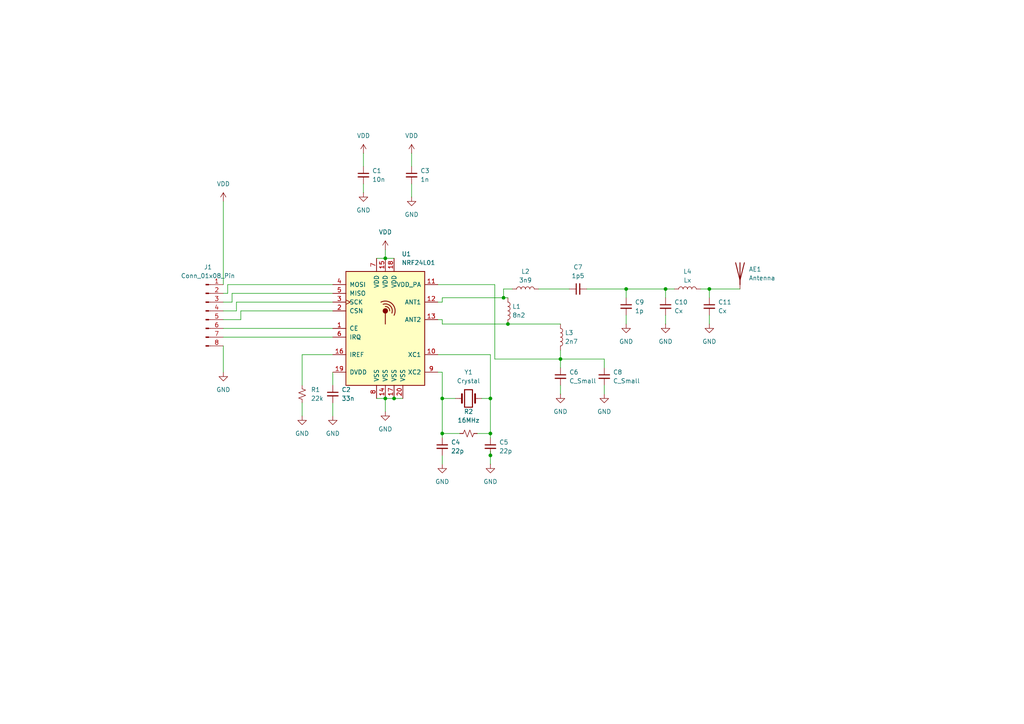
<source format=kicad_sch>
(kicad_sch
	(version 20231120)
	(generator "eeschema")
	(generator_version "8.0")
	(uuid "a7cb6b26-189c-40b9-a76e-2f2d5f6d2673")
	(paper "A4")
	(lib_symbols
		(symbol "Connector:Conn_01x08_Pin"
			(pin_names
				(offset 1.016) hide)
			(exclude_from_sim no)
			(in_bom yes)
			(on_board yes)
			(property "Reference" "J"
				(at 0 10.16 0)
				(effects
					(font
						(size 1.27 1.27)
					)
				)
			)
			(property "Value" "Conn_01x08_Pin"
				(at 0 -12.7 0)
				(effects
					(font
						(size 1.27 1.27)
					)
				)
			)
			(property "Footprint" ""
				(at 0 0 0)
				(effects
					(font
						(size 1.27 1.27)
					)
					(hide yes)
				)
			)
			(property "Datasheet" "~"
				(at 0 0 0)
				(effects
					(font
						(size 1.27 1.27)
					)
					(hide yes)
				)
			)
			(property "Description" "Generic connector, single row, 01x08, script generated"
				(at 0 0 0)
				(effects
					(font
						(size 1.27 1.27)
					)
					(hide yes)
				)
			)
			(property "ki_locked" ""
				(at 0 0 0)
				(effects
					(font
						(size 1.27 1.27)
					)
				)
			)
			(property "ki_keywords" "connector"
				(at 0 0 0)
				(effects
					(font
						(size 1.27 1.27)
					)
					(hide yes)
				)
			)
			(property "ki_fp_filters" "Connector*:*_1x??_*"
				(at 0 0 0)
				(effects
					(font
						(size 1.27 1.27)
					)
					(hide yes)
				)
			)
			(symbol "Conn_01x08_Pin_1_1"
				(polyline
					(pts
						(xy 1.27 -10.16) (xy 0.8636 -10.16)
					)
					(stroke
						(width 0.1524)
						(type default)
					)
					(fill
						(type none)
					)
				)
				(polyline
					(pts
						(xy 1.27 -7.62) (xy 0.8636 -7.62)
					)
					(stroke
						(width 0.1524)
						(type default)
					)
					(fill
						(type none)
					)
				)
				(polyline
					(pts
						(xy 1.27 -5.08) (xy 0.8636 -5.08)
					)
					(stroke
						(width 0.1524)
						(type default)
					)
					(fill
						(type none)
					)
				)
				(polyline
					(pts
						(xy 1.27 -2.54) (xy 0.8636 -2.54)
					)
					(stroke
						(width 0.1524)
						(type default)
					)
					(fill
						(type none)
					)
				)
				(polyline
					(pts
						(xy 1.27 0) (xy 0.8636 0)
					)
					(stroke
						(width 0.1524)
						(type default)
					)
					(fill
						(type none)
					)
				)
				(polyline
					(pts
						(xy 1.27 2.54) (xy 0.8636 2.54)
					)
					(stroke
						(width 0.1524)
						(type default)
					)
					(fill
						(type none)
					)
				)
				(polyline
					(pts
						(xy 1.27 5.08) (xy 0.8636 5.08)
					)
					(stroke
						(width 0.1524)
						(type default)
					)
					(fill
						(type none)
					)
				)
				(polyline
					(pts
						(xy 1.27 7.62) (xy 0.8636 7.62)
					)
					(stroke
						(width 0.1524)
						(type default)
					)
					(fill
						(type none)
					)
				)
				(rectangle
					(start 0.8636 -10.033)
					(end 0 -10.287)
					(stroke
						(width 0.1524)
						(type default)
					)
					(fill
						(type outline)
					)
				)
				(rectangle
					(start 0.8636 -7.493)
					(end 0 -7.747)
					(stroke
						(width 0.1524)
						(type default)
					)
					(fill
						(type outline)
					)
				)
				(rectangle
					(start 0.8636 -4.953)
					(end 0 -5.207)
					(stroke
						(width 0.1524)
						(type default)
					)
					(fill
						(type outline)
					)
				)
				(rectangle
					(start 0.8636 -2.413)
					(end 0 -2.667)
					(stroke
						(width 0.1524)
						(type default)
					)
					(fill
						(type outline)
					)
				)
				(rectangle
					(start 0.8636 0.127)
					(end 0 -0.127)
					(stroke
						(width 0.1524)
						(type default)
					)
					(fill
						(type outline)
					)
				)
				(rectangle
					(start 0.8636 2.667)
					(end 0 2.413)
					(stroke
						(width 0.1524)
						(type default)
					)
					(fill
						(type outline)
					)
				)
				(rectangle
					(start 0.8636 5.207)
					(end 0 4.953)
					(stroke
						(width 0.1524)
						(type default)
					)
					(fill
						(type outline)
					)
				)
				(rectangle
					(start 0.8636 7.747)
					(end 0 7.493)
					(stroke
						(width 0.1524)
						(type default)
					)
					(fill
						(type outline)
					)
				)
				(pin passive line
					(at 5.08 7.62 180)
					(length 3.81)
					(name "Pin_1"
						(effects
							(font
								(size 1.27 1.27)
							)
						)
					)
					(number "1"
						(effects
							(font
								(size 1.27 1.27)
							)
						)
					)
				)
				(pin passive line
					(at 5.08 5.08 180)
					(length 3.81)
					(name "Pin_2"
						(effects
							(font
								(size 1.27 1.27)
							)
						)
					)
					(number "2"
						(effects
							(font
								(size 1.27 1.27)
							)
						)
					)
				)
				(pin passive line
					(at 5.08 2.54 180)
					(length 3.81)
					(name "Pin_3"
						(effects
							(font
								(size 1.27 1.27)
							)
						)
					)
					(number "3"
						(effects
							(font
								(size 1.27 1.27)
							)
						)
					)
				)
				(pin passive line
					(at 5.08 0 180)
					(length 3.81)
					(name "Pin_4"
						(effects
							(font
								(size 1.27 1.27)
							)
						)
					)
					(number "4"
						(effects
							(font
								(size 1.27 1.27)
							)
						)
					)
				)
				(pin passive line
					(at 5.08 -2.54 180)
					(length 3.81)
					(name "Pin_5"
						(effects
							(font
								(size 1.27 1.27)
							)
						)
					)
					(number "5"
						(effects
							(font
								(size 1.27 1.27)
							)
						)
					)
				)
				(pin passive line
					(at 5.08 -5.08 180)
					(length 3.81)
					(name "Pin_6"
						(effects
							(font
								(size 1.27 1.27)
							)
						)
					)
					(number "6"
						(effects
							(font
								(size 1.27 1.27)
							)
						)
					)
				)
				(pin passive line
					(at 5.08 -7.62 180)
					(length 3.81)
					(name "Pin_7"
						(effects
							(font
								(size 1.27 1.27)
							)
						)
					)
					(number "7"
						(effects
							(font
								(size 1.27 1.27)
							)
						)
					)
				)
				(pin passive line
					(at 5.08 -10.16 180)
					(length 3.81)
					(name "Pin_8"
						(effects
							(font
								(size 1.27 1.27)
							)
						)
					)
					(number "8"
						(effects
							(font
								(size 1.27 1.27)
							)
						)
					)
				)
			)
		)
		(symbol "Device:Antenna"
			(pin_numbers hide)
			(pin_names
				(offset 1.016) hide)
			(exclude_from_sim no)
			(in_bom yes)
			(on_board yes)
			(property "Reference" "AE"
				(at -1.905 1.905 0)
				(effects
					(font
						(size 1.27 1.27)
					)
					(justify right)
				)
			)
			(property "Value" "Antenna"
				(at -1.905 0 0)
				(effects
					(font
						(size 1.27 1.27)
					)
					(justify right)
				)
			)
			(property "Footprint" ""
				(at 0 0 0)
				(effects
					(font
						(size 1.27 1.27)
					)
					(hide yes)
				)
			)
			(property "Datasheet" "~"
				(at 0 0 0)
				(effects
					(font
						(size 1.27 1.27)
					)
					(hide yes)
				)
			)
			(property "Description" "Antenna"
				(at 0 0 0)
				(effects
					(font
						(size 1.27 1.27)
					)
					(hide yes)
				)
			)
			(property "ki_keywords" "antenna"
				(at 0 0 0)
				(effects
					(font
						(size 1.27 1.27)
					)
					(hide yes)
				)
			)
			(symbol "Antenna_0_1"
				(polyline
					(pts
						(xy 0 2.54) (xy 0 -3.81)
					)
					(stroke
						(width 0.254)
						(type default)
					)
					(fill
						(type none)
					)
				)
				(polyline
					(pts
						(xy 1.27 2.54) (xy 0 -2.54) (xy -1.27 2.54)
					)
					(stroke
						(width 0.254)
						(type default)
					)
					(fill
						(type none)
					)
				)
			)
			(symbol "Antenna_1_1"
				(pin input line
					(at 0 -5.08 90)
					(length 2.54)
					(name "A"
						(effects
							(font
								(size 1.27 1.27)
							)
						)
					)
					(number "1"
						(effects
							(font
								(size 1.27 1.27)
							)
						)
					)
				)
			)
		)
		(symbol "Device:C_Small"
			(pin_numbers hide)
			(pin_names
				(offset 0.254) hide)
			(exclude_from_sim no)
			(in_bom yes)
			(on_board yes)
			(property "Reference" "C"
				(at 0.254 1.778 0)
				(effects
					(font
						(size 1.27 1.27)
					)
					(justify left)
				)
			)
			(property "Value" "C_Small"
				(at 0.254 -2.032 0)
				(effects
					(font
						(size 1.27 1.27)
					)
					(justify left)
				)
			)
			(property "Footprint" ""
				(at 0 0 0)
				(effects
					(font
						(size 1.27 1.27)
					)
					(hide yes)
				)
			)
			(property "Datasheet" "~"
				(at 0 0 0)
				(effects
					(font
						(size 1.27 1.27)
					)
					(hide yes)
				)
			)
			(property "Description" "Unpolarized capacitor, small symbol"
				(at 0 0 0)
				(effects
					(font
						(size 1.27 1.27)
					)
					(hide yes)
				)
			)
			(property "ki_keywords" "capacitor cap"
				(at 0 0 0)
				(effects
					(font
						(size 1.27 1.27)
					)
					(hide yes)
				)
			)
			(property "ki_fp_filters" "C_*"
				(at 0 0 0)
				(effects
					(font
						(size 1.27 1.27)
					)
					(hide yes)
				)
			)
			(symbol "C_Small_0_1"
				(polyline
					(pts
						(xy -1.524 -0.508) (xy 1.524 -0.508)
					)
					(stroke
						(width 0.3302)
						(type default)
					)
					(fill
						(type none)
					)
				)
				(polyline
					(pts
						(xy -1.524 0.508) (xy 1.524 0.508)
					)
					(stroke
						(width 0.3048)
						(type default)
					)
					(fill
						(type none)
					)
				)
			)
			(symbol "C_Small_1_1"
				(pin passive line
					(at 0 2.54 270)
					(length 2.032)
					(name "~"
						(effects
							(font
								(size 1.27 1.27)
							)
						)
					)
					(number "1"
						(effects
							(font
								(size 1.27 1.27)
							)
						)
					)
				)
				(pin passive line
					(at 0 -2.54 90)
					(length 2.032)
					(name "~"
						(effects
							(font
								(size 1.27 1.27)
							)
						)
					)
					(number "2"
						(effects
							(font
								(size 1.27 1.27)
							)
						)
					)
				)
			)
		)
		(symbol "Device:Crystal"
			(pin_numbers hide)
			(pin_names
				(offset 1.016) hide)
			(exclude_from_sim no)
			(in_bom yes)
			(on_board yes)
			(property "Reference" "Y"
				(at 0 3.81 0)
				(effects
					(font
						(size 1.27 1.27)
					)
				)
			)
			(property "Value" "Crystal"
				(at 0 -3.81 0)
				(effects
					(font
						(size 1.27 1.27)
					)
				)
			)
			(property "Footprint" ""
				(at 0 0 0)
				(effects
					(font
						(size 1.27 1.27)
					)
					(hide yes)
				)
			)
			(property "Datasheet" "~"
				(at 0 0 0)
				(effects
					(font
						(size 1.27 1.27)
					)
					(hide yes)
				)
			)
			(property "Description" "Two pin crystal"
				(at 0 0 0)
				(effects
					(font
						(size 1.27 1.27)
					)
					(hide yes)
				)
			)
			(property "ki_keywords" "quartz ceramic resonator oscillator"
				(at 0 0 0)
				(effects
					(font
						(size 1.27 1.27)
					)
					(hide yes)
				)
			)
			(property "ki_fp_filters" "Crystal*"
				(at 0 0 0)
				(effects
					(font
						(size 1.27 1.27)
					)
					(hide yes)
				)
			)
			(symbol "Crystal_0_1"
				(rectangle
					(start -1.143 2.54)
					(end 1.143 -2.54)
					(stroke
						(width 0.3048)
						(type default)
					)
					(fill
						(type none)
					)
				)
				(polyline
					(pts
						(xy -2.54 0) (xy -1.905 0)
					)
					(stroke
						(width 0)
						(type default)
					)
					(fill
						(type none)
					)
				)
				(polyline
					(pts
						(xy -1.905 -1.27) (xy -1.905 1.27)
					)
					(stroke
						(width 0.508)
						(type default)
					)
					(fill
						(type none)
					)
				)
				(polyline
					(pts
						(xy 1.905 -1.27) (xy 1.905 1.27)
					)
					(stroke
						(width 0.508)
						(type default)
					)
					(fill
						(type none)
					)
				)
				(polyline
					(pts
						(xy 2.54 0) (xy 1.905 0)
					)
					(stroke
						(width 0)
						(type default)
					)
					(fill
						(type none)
					)
				)
			)
			(symbol "Crystal_1_1"
				(pin passive line
					(at -3.81 0 0)
					(length 1.27)
					(name "1"
						(effects
							(font
								(size 1.27 1.27)
							)
						)
					)
					(number "1"
						(effects
							(font
								(size 1.27 1.27)
							)
						)
					)
				)
				(pin passive line
					(at 3.81 0 180)
					(length 1.27)
					(name "2"
						(effects
							(font
								(size 1.27 1.27)
							)
						)
					)
					(number "2"
						(effects
							(font
								(size 1.27 1.27)
							)
						)
					)
				)
			)
		)
		(symbol "Device:L"
			(pin_numbers hide)
			(pin_names
				(offset 1.016) hide)
			(exclude_from_sim no)
			(in_bom yes)
			(on_board yes)
			(property "Reference" "L"
				(at -1.27 0 90)
				(effects
					(font
						(size 1.27 1.27)
					)
				)
			)
			(property "Value" "L"
				(at 1.905 0 90)
				(effects
					(font
						(size 1.27 1.27)
					)
				)
			)
			(property "Footprint" ""
				(at 0 0 0)
				(effects
					(font
						(size 1.27 1.27)
					)
					(hide yes)
				)
			)
			(property "Datasheet" "~"
				(at 0 0 0)
				(effects
					(font
						(size 1.27 1.27)
					)
					(hide yes)
				)
			)
			(property "Description" "Inductor"
				(at 0 0 0)
				(effects
					(font
						(size 1.27 1.27)
					)
					(hide yes)
				)
			)
			(property "ki_keywords" "inductor choke coil reactor magnetic"
				(at 0 0 0)
				(effects
					(font
						(size 1.27 1.27)
					)
					(hide yes)
				)
			)
			(property "ki_fp_filters" "Choke_* *Coil* Inductor_* L_*"
				(at 0 0 0)
				(effects
					(font
						(size 1.27 1.27)
					)
					(hide yes)
				)
			)
			(symbol "L_0_1"
				(arc
					(start 0 -2.54)
					(mid 0.6323 -1.905)
					(end 0 -1.27)
					(stroke
						(width 0)
						(type default)
					)
					(fill
						(type none)
					)
				)
				(arc
					(start 0 -1.27)
					(mid 0.6323 -0.635)
					(end 0 0)
					(stroke
						(width 0)
						(type default)
					)
					(fill
						(type none)
					)
				)
				(arc
					(start 0 0)
					(mid 0.6323 0.635)
					(end 0 1.27)
					(stroke
						(width 0)
						(type default)
					)
					(fill
						(type none)
					)
				)
				(arc
					(start 0 1.27)
					(mid 0.6323 1.905)
					(end 0 2.54)
					(stroke
						(width 0)
						(type default)
					)
					(fill
						(type none)
					)
				)
			)
			(symbol "L_1_1"
				(pin passive line
					(at 0 3.81 270)
					(length 1.27)
					(name "1"
						(effects
							(font
								(size 1.27 1.27)
							)
						)
					)
					(number "1"
						(effects
							(font
								(size 1.27 1.27)
							)
						)
					)
				)
				(pin passive line
					(at 0 -3.81 90)
					(length 1.27)
					(name "2"
						(effects
							(font
								(size 1.27 1.27)
							)
						)
					)
					(number "2"
						(effects
							(font
								(size 1.27 1.27)
							)
						)
					)
				)
			)
		)
		(symbol "Device:R_Small_US"
			(pin_numbers hide)
			(pin_names
				(offset 0.254) hide)
			(exclude_from_sim no)
			(in_bom yes)
			(on_board yes)
			(property "Reference" "R"
				(at 0.762 0.508 0)
				(effects
					(font
						(size 1.27 1.27)
					)
					(justify left)
				)
			)
			(property "Value" "R_Small_US"
				(at 0.762 -1.016 0)
				(effects
					(font
						(size 1.27 1.27)
					)
					(justify left)
				)
			)
			(property "Footprint" ""
				(at 0 0 0)
				(effects
					(font
						(size 1.27 1.27)
					)
					(hide yes)
				)
			)
			(property "Datasheet" "~"
				(at 0 0 0)
				(effects
					(font
						(size 1.27 1.27)
					)
					(hide yes)
				)
			)
			(property "Description" "Resistor, small US symbol"
				(at 0 0 0)
				(effects
					(font
						(size 1.27 1.27)
					)
					(hide yes)
				)
			)
			(property "ki_keywords" "r resistor"
				(at 0 0 0)
				(effects
					(font
						(size 1.27 1.27)
					)
					(hide yes)
				)
			)
			(property "ki_fp_filters" "R_*"
				(at 0 0 0)
				(effects
					(font
						(size 1.27 1.27)
					)
					(hide yes)
				)
			)
			(symbol "R_Small_US_1_1"
				(polyline
					(pts
						(xy 0 0) (xy 1.016 -0.381) (xy 0 -0.762) (xy -1.016 -1.143) (xy 0 -1.524)
					)
					(stroke
						(width 0)
						(type default)
					)
					(fill
						(type none)
					)
				)
				(polyline
					(pts
						(xy 0 1.524) (xy 1.016 1.143) (xy 0 0.762) (xy -1.016 0.381) (xy 0 0)
					)
					(stroke
						(width 0)
						(type default)
					)
					(fill
						(type none)
					)
				)
				(pin passive line
					(at 0 2.54 270)
					(length 1.016)
					(name "~"
						(effects
							(font
								(size 1.27 1.27)
							)
						)
					)
					(number "1"
						(effects
							(font
								(size 1.27 1.27)
							)
						)
					)
				)
				(pin passive line
					(at 0 -2.54 90)
					(length 1.016)
					(name "~"
						(effects
							(font
								(size 1.27 1.27)
							)
						)
					)
					(number "2"
						(effects
							(font
								(size 1.27 1.27)
							)
						)
					)
				)
			)
		)
		(symbol "RF:NRF24L01"
			(pin_names
				(offset 1.016)
			)
			(exclude_from_sim no)
			(in_bom yes)
			(on_board yes)
			(property "Reference" "U"
				(at -11.43 17.78 0)
				(effects
					(font
						(size 1.27 1.27)
					)
					(justify left)
				)
			)
			(property "Value" "NRF24L01"
				(at 5.08 17.78 0)
				(effects
					(font
						(size 1.27 1.27)
					)
					(justify left)
				)
			)
			(property "Footprint" "Package_DFN_QFN:QFN-20-1EP_4x4mm_P0.5mm_EP2.5x2.5mm"
				(at 5.08 20.32 0)
				(effects
					(font
						(size 1.27 1.27)
						(italic yes)
					)
					(justify left)
					(hide yes)
				)
			)
			(property "Datasheet" "http://www.nordicsemi.com/eng/content/download/2730/34105/file/nRF24L01_Product_Specification_v2_0.pdf"
				(at 0 2.54 0)
				(effects
					(font
						(size 1.27 1.27)
					)
					(hide yes)
				)
			)
			(property "Description" "Ultra low power 2.4GHz RF Transceiver, QFN-20"
				(at 0 0 0)
				(effects
					(font
						(size 1.27 1.27)
					)
					(hide yes)
				)
			)
			(property "ki_keywords" "Low Power RF Transceiver"
				(at 0 0 0)
				(effects
					(font
						(size 1.27 1.27)
					)
					(hide yes)
				)
			)
			(property "ki_fp_filters" "QFN*4x4*0.5mm*"
				(at 0 0 0)
				(effects
					(font
						(size 1.27 1.27)
					)
					(hide yes)
				)
			)
			(symbol "NRF24L01_0_1"
				(rectangle
					(start -11.43 16.51)
					(end 11.43 -16.51)
					(stroke
						(width 0.254)
						(type default)
					)
					(fill
						(type background)
					)
				)
				(polyline
					(pts
						(xy 0 4.445) (xy 0 1.27)
					)
					(stroke
						(width 0.254)
						(type default)
					)
					(fill
						(type none)
					)
				)
				(circle
					(center 0 5.08)
					(radius 0.635)
					(stroke
						(width 0.254)
						(type default)
					)
					(fill
						(type outline)
					)
				)
				(arc
					(start 1.27 5.08)
					(mid 0.9071 5.9946)
					(end 0 6.35)
					(stroke
						(width 0.254)
						(type default)
					)
					(fill
						(type none)
					)
				)
				(arc
					(start 1.905 4.445)
					(mid 1.4313 6.5254)
					(end -0.635 6.985)
					(stroke
						(width 0.254)
						(type default)
					)
					(fill
						(type none)
					)
				)
				(arc
					(start 2.54 3.81)
					(mid 2.008 7.088)
					(end -1.27 7.62)
					(stroke
						(width 0.254)
						(type default)
					)
					(fill
						(type none)
					)
				)
				(rectangle
					(start 11.43 -13.97)
					(end 11.43 -13.97)
					(stroke
						(width 0)
						(type default)
					)
					(fill
						(type none)
					)
				)
			)
			(symbol "NRF24L01_1_1"
				(pin input line
					(at -15.24 0 0)
					(length 3.81)
					(name "CE"
						(effects
							(font
								(size 1.27 1.27)
							)
						)
					)
					(number "1"
						(effects
							(font
								(size 1.27 1.27)
							)
						)
					)
				)
				(pin passive line
					(at 15.24 -7.62 180)
					(length 3.81)
					(name "XC1"
						(effects
							(font
								(size 1.27 1.27)
							)
						)
					)
					(number "10"
						(effects
							(font
								(size 1.27 1.27)
							)
						)
					)
				)
				(pin power_out line
					(at 15.24 12.7 180)
					(length 3.81)
					(name "VDD_PA"
						(effects
							(font
								(size 1.27 1.27)
							)
						)
					)
					(number "11"
						(effects
							(font
								(size 1.27 1.27)
							)
						)
					)
				)
				(pin passive line
					(at 15.24 7.62 180)
					(length 3.81)
					(name "ANT1"
						(effects
							(font
								(size 1.27 1.27)
							)
						)
					)
					(number "12"
						(effects
							(font
								(size 1.27 1.27)
							)
						)
					)
				)
				(pin passive line
					(at 15.24 2.54 180)
					(length 3.81)
					(name "ANT2"
						(effects
							(font
								(size 1.27 1.27)
							)
						)
					)
					(number "13"
						(effects
							(font
								(size 1.27 1.27)
							)
						)
					)
				)
				(pin power_in line
					(at 0 -20.32 90)
					(length 3.81)
					(name "VSS"
						(effects
							(font
								(size 1.27 1.27)
							)
						)
					)
					(number "14"
						(effects
							(font
								(size 1.27 1.27)
							)
						)
					)
				)
				(pin power_in line
					(at 0 20.32 270)
					(length 3.81)
					(name "VDD"
						(effects
							(font
								(size 1.27 1.27)
							)
						)
					)
					(number "15"
						(effects
							(font
								(size 1.27 1.27)
							)
						)
					)
				)
				(pin passive line
					(at -15.24 -7.62 0)
					(length 3.81)
					(name "IREF"
						(effects
							(font
								(size 1.27 1.27)
							)
						)
					)
					(number "16"
						(effects
							(font
								(size 1.27 1.27)
							)
						)
					)
				)
				(pin power_in line
					(at 2.54 -20.32 90)
					(length 3.81)
					(name "VSS"
						(effects
							(font
								(size 1.27 1.27)
							)
						)
					)
					(number "17"
						(effects
							(font
								(size 1.27 1.27)
							)
						)
					)
				)
				(pin power_in line
					(at 2.54 20.32 270)
					(length 3.81)
					(name "VDD"
						(effects
							(font
								(size 1.27 1.27)
							)
						)
					)
					(number "18"
						(effects
							(font
								(size 1.27 1.27)
							)
						)
					)
				)
				(pin power_out line
					(at -15.24 -12.7 0)
					(length 3.81)
					(name "DVDD"
						(effects
							(font
								(size 1.27 1.27)
							)
						)
					)
					(number "19"
						(effects
							(font
								(size 1.27 1.27)
							)
						)
					)
				)
				(pin input line
					(at -15.24 5.08 0)
					(length 3.81)
					(name "CSN"
						(effects
							(font
								(size 1.27 1.27)
							)
						)
					)
					(number "2"
						(effects
							(font
								(size 1.27 1.27)
							)
						)
					)
				)
				(pin power_in line
					(at 5.08 -20.32 90)
					(length 3.81)
					(name "VSS"
						(effects
							(font
								(size 1.27 1.27)
							)
						)
					)
					(number "20"
						(effects
							(font
								(size 1.27 1.27)
							)
						)
					)
				)
				(pin input clock
					(at -15.24 7.62 0)
					(length 3.81)
					(name "SCK"
						(effects
							(font
								(size 1.27 1.27)
							)
						)
					)
					(number "3"
						(effects
							(font
								(size 1.27 1.27)
							)
						)
					)
				)
				(pin input line
					(at -15.24 12.7 0)
					(length 3.81)
					(name "MOSI"
						(effects
							(font
								(size 1.27 1.27)
							)
						)
					)
					(number "4"
						(effects
							(font
								(size 1.27 1.27)
							)
						)
					)
				)
				(pin output line
					(at -15.24 10.16 0)
					(length 3.81)
					(name "MISO"
						(effects
							(font
								(size 1.27 1.27)
							)
						)
					)
					(number "5"
						(effects
							(font
								(size 1.27 1.27)
							)
						)
					)
				)
				(pin output line
					(at -15.24 -2.54 0)
					(length 3.81)
					(name "IRQ"
						(effects
							(font
								(size 1.27 1.27)
							)
						)
					)
					(number "6"
						(effects
							(font
								(size 1.27 1.27)
							)
						)
					)
				)
				(pin power_in line
					(at -2.54 20.32 270)
					(length 3.81)
					(name "VDD"
						(effects
							(font
								(size 1.27 1.27)
							)
						)
					)
					(number "7"
						(effects
							(font
								(size 1.27 1.27)
							)
						)
					)
				)
				(pin power_in line
					(at -2.54 -20.32 90)
					(length 3.81)
					(name "VSS"
						(effects
							(font
								(size 1.27 1.27)
							)
						)
					)
					(number "8"
						(effects
							(font
								(size 1.27 1.27)
							)
						)
					)
				)
				(pin passive line
					(at 15.24 -12.7 180)
					(length 3.81)
					(name "XC2"
						(effects
							(font
								(size 1.27 1.27)
							)
						)
					)
					(number "9"
						(effects
							(font
								(size 1.27 1.27)
							)
						)
					)
				)
			)
		)
		(symbol "power:GND"
			(power)
			(pin_numbers hide)
			(pin_names
				(offset 0) hide)
			(exclude_from_sim no)
			(in_bom yes)
			(on_board yes)
			(property "Reference" "#PWR"
				(at 0 -6.35 0)
				(effects
					(font
						(size 1.27 1.27)
					)
					(hide yes)
				)
			)
			(property "Value" "GND"
				(at 0 -3.81 0)
				(effects
					(font
						(size 1.27 1.27)
					)
				)
			)
			(property "Footprint" ""
				(at 0 0 0)
				(effects
					(font
						(size 1.27 1.27)
					)
					(hide yes)
				)
			)
			(property "Datasheet" ""
				(at 0 0 0)
				(effects
					(font
						(size 1.27 1.27)
					)
					(hide yes)
				)
			)
			(property "Description" "Power symbol creates a global label with name \"GND\" , ground"
				(at 0 0 0)
				(effects
					(font
						(size 1.27 1.27)
					)
					(hide yes)
				)
			)
			(property "ki_keywords" "global power"
				(at 0 0 0)
				(effects
					(font
						(size 1.27 1.27)
					)
					(hide yes)
				)
			)
			(symbol "GND_0_1"
				(polyline
					(pts
						(xy 0 0) (xy 0 -1.27) (xy 1.27 -1.27) (xy 0 -2.54) (xy -1.27 -1.27) (xy 0 -1.27)
					)
					(stroke
						(width 0)
						(type default)
					)
					(fill
						(type none)
					)
				)
			)
			(symbol "GND_1_1"
				(pin power_in line
					(at 0 0 270)
					(length 0)
					(name "~"
						(effects
							(font
								(size 1.27 1.27)
							)
						)
					)
					(number "1"
						(effects
							(font
								(size 1.27 1.27)
							)
						)
					)
				)
			)
		)
		(symbol "power:VDD"
			(power)
			(pin_numbers hide)
			(pin_names
				(offset 0) hide)
			(exclude_from_sim no)
			(in_bom yes)
			(on_board yes)
			(property "Reference" "#PWR"
				(at 0 -3.81 0)
				(effects
					(font
						(size 1.27 1.27)
					)
					(hide yes)
				)
			)
			(property "Value" "VDD"
				(at 0 3.556 0)
				(effects
					(font
						(size 1.27 1.27)
					)
				)
			)
			(property "Footprint" ""
				(at 0 0 0)
				(effects
					(font
						(size 1.27 1.27)
					)
					(hide yes)
				)
			)
			(property "Datasheet" ""
				(at 0 0 0)
				(effects
					(font
						(size 1.27 1.27)
					)
					(hide yes)
				)
			)
			(property "Description" "Power symbol creates a global label with name \"VDD\""
				(at 0 0 0)
				(effects
					(font
						(size 1.27 1.27)
					)
					(hide yes)
				)
			)
			(property "ki_keywords" "global power"
				(at 0 0 0)
				(effects
					(font
						(size 1.27 1.27)
					)
					(hide yes)
				)
			)
			(symbol "VDD_0_1"
				(polyline
					(pts
						(xy -0.762 1.27) (xy 0 2.54)
					)
					(stroke
						(width 0)
						(type default)
					)
					(fill
						(type none)
					)
				)
				(polyline
					(pts
						(xy 0 0) (xy 0 2.54)
					)
					(stroke
						(width 0)
						(type default)
					)
					(fill
						(type none)
					)
				)
				(polyline
					(pts
						(xy 0 2.54) (xy 0.762 1.27)
					)
					(stroke
						(width 0)
						(type default)
					)
					(fill
						(type none)
					)
				)
			)
			(symbol "VDD_1_1"
				(pin power_in line
					(at 0 0 90)
					(length 0)
					(name "~"
						(effects
							(font
								(size 1.27 1.27)
							)
						)
					)
					(number "1"
						(effects
							(font
								(size 1.27 1.27)
							)
						)
					)
				)
			)
		)
	)
	(junction
		(at 111.76 74.93)
		(diameter 0)
		(color 0 0 0 0)
		(uuid "0a125ea6-ea98-4b02-82de-373cfb6a42cc")
	)
	(junction
		(at 193.04 83.82)
		(diameter 0)
		(color 0 0 0 0)
		(uuid "0f28e50b-a2ba-41d2-ac20-30106db56171")
	)
	(junction
		(at 181.61 83.82)
		(diameter 0)
		(color 0 0 0 0)
		(uuid "15090871-a13d-41ab-83a2-62e4cf00c64c")
	)
	(junction
		(at 114.3 115.57)
		(diameter 0)
		(color 0 0 0 0)
		(uuid "318b34ac-7047-4b26-9d71-f403f6ef702f")
	)
	(junction
		(at 162.56 104.14)
		(diameter 0)
		(color 0 0 0 0)
		(uuid "37635da0-3743-4d09-80f9-03cfd66ba9fc")
	)
	(junction
		(at 111.76 115.57)
		(diameter 0)
		(color 0 0 0 0)
		(uuid "673ac547-2a67-4ef8-9ac7-75ee8afe7d89")
	)
	(junction
		(at 205.74 83.82)
		(diameter 0)
		(color 0 0 0 0)
		(uuid "7d580933-135d-44b2-a79d-1a2dec1ced88")
	)
	(junction
		(at 142.24 125.73)
		(diameter 0)
		(color 0 0 0 0)
		(uuid "a228a35b-4401-49d8-9ed2-f912d6e0be1f")
	)
	(junction
		(at 128.27 125.73)
		(diameter 0)
		(color 0 0 0 0)
		(uuid "b497c00a-04b1-4e47-88dc-66bb147be176")
	)
	(junction
		(at 128.27 115.57)
		(diameter 0)
		(color 0 0 0 0)
		(uuid "b6a2a91d-19df-4de1-9bc5-e5a855a45754")
	)
	(junction
		(at 142.24 115.57)
		(diameter 0)
		(color 0 0 0 0)
		(uuid "bb2adb40-0b63-4ad5-9295-20947db5dfe0")
	)
	(junction
		(at 146.05 86.36)
		(diameter 0)
		(color 0 0 0 0)
		(uuid "d3393fb2-5f25-48ba-87c1-568e9b608071")
	)
	(junction
		(at 142.24 132.08)
		(diameter 0)
		(color 0 0 0 0)
		(uuid "d68cfdcf-f8d9-44e9-a2f0-4f943ce61037")
	)
	(junction
		(at 147.32 93.98)
		(diameter 0)
		(color 0 0 0 0)
		(uuid "f08f0926-d804-4aac-bc89-ca46282927ad")
	)
	(wire
		(pts
			(xy 128.27 107.95) (xy 127 107.95)
		)
		(stroke
			(width 0)
			(type default)
		)
		(uuid "0d8ffccb-e731-48fb-9628-05c03c797863")
	)
	(wire
		(pts
			(xy 143.51 82.55) (xy 143.51 104.14)
		)
		(stroke
			(width 0)
			(type default)
		)
		(uuid "10873025-e459-49bb-bab4-0c65be3846ea")
	)
	(wire
		(pts
			(xy 128.27 132.08) (xy 128.27 134.62)
		)
		(stroke
			(width 0)
			(type default)
		)
		(uuid "1194fd61-186c-4c09-a9b2-92e2ab6d5244")
	)
	(wire
		(pts
			(xy 142.24 132.08) (xy 142.24 134.62)
		)
		(stroke
			(width 0)
			(type default)
		)
		(uuid "1681588e-2dde-4ea8-8cd5-7d0fcdbda190")
	)
	(wire
		(pts
			(xy 181.61 83.82) (xy 181.61 86.36)
		)
		(stroke
			(width 0)
			(type default)
		)
		(uuid "1e94fccf-4aff-4ed6-b077-384f73b2b52a")
	)
	(wire
		(pts
			(xy 146.05 83.82) (xy 146.05 86.36)
		)
		(stroke
			(width 0)
			(type default)
		)
		(uuid "2295fc00-8097-43fb-bd1a-b43ddbdd2ece")
	)
	(wire
		(pts
			(xy 128.27 127) (xy 128.27 125.73)
		)
		(stroke
			(width 0)
			(type default)
		)
		(uuid "25a47deb-22f7-4475-be98-592bda86d48e")
	)
	(wire
		(pts
			(xy 68.58 87.63) (xy 96.52 87.63)
		)
		(stroke
			(width 0)
			(type default)
		)
		(uuid "26bd8446-9830-40cb-bd57-cb1edbd71940")
	)
	(wire
		(pts
			(xy 147.32 86.36) (xy 146.05 86.36)
		)
		(stroke
			(width 0)
			(type default)
		)
		(uuid "29337174-2868-46dc-9c7d-fb452feab8be")
	)
	(wire
		(pts
			(xy 111.76 115.57) (xy 114.3 115.57)
		)
		(stroke
			(width 0)
			(type default)
		)
		(uuid "2a245dcd-b577-4cb2-a7c1-1aaf9a2a2479")
	)
	(wire
		(pts
			(xy 128.27 115.57) (xy 132.08 115.57)
		)
		(stroke
			(width 0)
			(type default)
		)
		(uuid "2a7e1cd7-c92e-400e-9ec5-382426335674")
	)
	(wire
		(pts
			(xy 119.38 44.45) (xy 119.38 48.26)
		)
		(stroke
			(width 0)
			(type default)
		)
		(uuid "2d8d926f-baae-4a5e-8d90-9a1ceb76aed7")
	)
	(wire
		(pts
			(xy 128.27 92.71) (xy 127 92.71)
		)
		(stroke
			(width 0)
			(type default)
		)
		(uuid "2daa9426-2556-4b65-9373-b79108212baa")
	)
	(wire
		(pts
			(xy 66.04 85.09) (xy 66.04 82.55)
		)
		(stroke
			(width 0)
			(type default)
		)
		(uuid "2fecf6e8-11bc-4178-a4b9-80f5a4e82cb9")
	)
	(wire
		(pts
			(xy 87.63 116.84) (xy 87.63 120.65)
		)
		(stroke
			(width 0)
			(type default)
		)
		(uuid "3166cafb-4f4f-474c-867f-19ecea9da890")
	)
	(wire
		(pts
			(xy 128.27 93.98) (xy 128.27 92.71)
		)
		(stroke
			(width 0)
			(type default)
		)
		(uuid "335f4da3-1e1b-439e-bd65-7fbfeaaaeed2")
	)
	(wire
		(pts
			(xy 205.74 83.82) (xy 203.2 83.82)
		)
		(stroke
			(width 0)
			(type default)
		)
		(uuid "363aa031-9cc4-4f4d-8011-db4595638892")
	)
	(wire
		(pts
			(xy 162.56 104.14) (xy 162.56 106.68)
		)
		(stroke
			(width 0)
			(type default)
		)
		(uuid "3a088a5f-619f-4bb5-a0c7-7f7f623f39ea")
	)
	(wire
		(pts
			(xy 128.27 93.98) (xy 147.32 93.98)
		)
		(stroke
			(width 0)
			(type default)
		)
		(uuid "3dd6bc98-0283-48d8-8801-1a5471070105")
	)
	(wire
		(pts
			(xy 128.27 87.63) (xy 128.27 86.36)
		)
		(stroke
			(width 0)
			(type default)
		)
		(uuid "3ef7b913-916f-466b-9f3c-481649fd2844")
	)
	(wire
		(pts
			(xy 127 102.87) (xy 142.24 102.87)
		)
		(stroke
			(width 0)
			(type default)
		)
		(uuid "3f96ea01-a9b9-45bb-8445-44dbf62bf292")
	)
	(wire
		(pts
			(xy 205.74 83.82) (xy 214.63 83.82)
		)
		(stroke
			(width 0)
			(type default)
		)
		(uuid "409411ec-34ec-4516-8829-cbb1dea73b8c")
	)
	(wire
		(pts
			(xy 111.76 72.39) (xy 111.76 74.93)
		)
		(stroke
			(width 0)
			(type default)
		)
		(uuid "4137c1dc-77b3-4882-bd41-b1a83929d173")
	)
	(wire
		(pts
			(xy 162.56 104.14) (xy 162.56 101.6)
		)
		(stroke
			(width 0)
			(type default)
		)
		(uuid "4609f763-bc88-433e-8ce6-379ea0bbf217")
	)
	(wire
		(pts
			(xy 127 82.55) (xy 143.51 82.55)
		)
		(stroke
			(width 0)
			(type default)
		)
		(uuid "47504eaf-cbe8-4bfc-ad4c-0dbb7e7a2dec")
	)
	(wire
		(pts
			(xy 142.24 115.57) (xy 142.24 125.73)
		)
		(stroke
			(width 0)
			(type default)
		)
		(uuid "488baa89-1768-4d03-ad80-17c36f0a59e0")
	)
	(wire
		(pts
			(xy 69.85 90.17) (xy 96.52 90.17)
		)
		(stroke
			(width 0)
			(type default)
		)
		(uuid "49b0503a-34ea-4ce9-b5fc-a05c62ec9dbe")
	)
	(wire
		(pts
			(xy 193.04 91.44) (xy 193.04 93.98)
		)
		(stroke
			(width 0)
			(type default)
		)
		(uuid "4e844936-81d9-45f1-ad6c-d84c4a6521ee")
	)
	(wire
		(pts
			(xy 139.7 115.57) (xy 142.24 115.57)
		)
		(stroke
			(width 0)
			(type default)
		)
		(uuid "4f4ecb58-6d66-499c-9ee5-5b8db89d1fe4")
	)
	(wire
		(pts
			(xy 64.77 85.09) (xy 66.04 85.09)
		)
		(stroke
			(width 0)
			(type default)
		)
		(uuid "5175fb03-b776-46a4-9b23-0c76171347b8")
	)
	(wire
		(pts
			(xy 138.43 125.73) (xy 142.24 125.73)
		)
		(stroke
			(width 0)
			(type default)
		)
		(uuid "6abd724c-f207-4fc0-849c-cdf78a1e7348")
	)
	(wire
		(pts
			(xy 143.51 104.14) (xy 162.56 104.14)
		)
		(stroke
			(width 0)
			(type default)
		)
		(uuid "6b1f8215-6de7-4253-b63f-77209e54e449")
	)
	(wire
		(pts
			(xy 105.41 53.34) (xy 105.41 55.88)
		)
		(stroke
			(width 0)
			(type default)
		)
		(uuid "6f3f6db2-14fe-45c3-80ab-9e09fc324def")
	)
	(wire
		(pts
			(xy 87.63 102.87) (xy 96.52 102.87)
		)
		(stroke
			(width 0)
			(type default)
		)
		(uuid "70c88121-b269-44ef-92a2-812c92e394ab")
	)
	(wire
		(pts
			(xy 156.21 83.82) (xy 165.1 83.82)
		)
		(stroke
			(width 0)
			(type default)
		)
		(uuid "75f1fbdb-d41e-4f25-a177-c3a144fa32d7")
	)
	(wire
		(pts
			(xy 67.31 87.63) (xy 67.31 85.09)
		)
		(stroke
			(width 0)
			(type default)
		)
		(uuid "7a08af6b-2af4-47a0-864e-1a7b8618e6ec")
	)
	(wire
		(pts
			(xy 64.77 100.33) (xy 64.77 107.95)
		)
		(stroke
			(width 0)
			(type default)
		)
		(uuid "7dc2a4a3-c6ea-412b-bb4d-565fd98f7d53")
	)
	(wire
		(pts
			(xy 148.59 83.82) (xy 146.05 83.82)
		)
		(stroke
			(width 0)
			(type default)
		)
		(uuid "7e0f5885-32e1-4bdc-a9a9-3b2c977f4c98")
	)
	(wire
		(pts
			(xy 105.41 44.45) (xy 105.41 48.26)
		)
		(stroke
			(width 0)
			(type default)
		)
		(uuid "85e2810e-4e4b-4727-bcf7-28f7f1981c61")
	)
	(wire
		(pts
			(xy 96.52 107.95) (xy 96.52 111.76)
		)
		(stroke
			(width 0)
			(type default)
		)
		(uuid "875a0adf-8e1e-4560-b700-2a664fa3645a")
	)
	(wire
		(pts
			(xy 66.04 82.55) (xy 96.52 82.55)
		)
		(stroke
			(width 0)
			(type default)
		)
		(uuid "88fa1c9d-b8ee-455a-a9bb-a3015d68c9fa")
	)
	(wire
		(pts
			(xy 111.76 74.93) (xy 114.3 74.93)
		)
		(stroke
			(width 0)
			(type default)
		)
		(uuid "8fcd8592-1a81-43d3-a6d6-2fbc7141a233")
	)
	(wire
		(pts
			(xy 119.38 53.34) (xy 119.38 57.15)
		)
		(stroke
			(width 0)
			(type default)
		)
		(uuid "909f293f-e50d-417d-9abd-76b152c8e957")
	)
	(wire
		(pts
			(xy 205.74 86.36) (xy 205.74 83.82)
		)
		(stroke
			(width 0)
			(type default)
		)
		(uuid "97dcf877-efd4-41ae-bde6-7e47eb3a2b3f")
	)
	(wire
		(pts
			(xy 96.52 116.84) (xy 96.52 120.65)
		)
		(stroke
			(width 0)
			(type default)
		)
		(uuid "9c6e93c3-98c0-4b6b-ac7c-8cec48bbaa37")
	)
	(wire
		(pts
			(xy 175.26 104.14) (xy 162.56 104.14)
		)
		(stroke
			(width 0)
			(type default)
		)
		(uuid "a013401d-88e1-4bb9-b82c-b0627a33221b")
	)
	(wire
		(pts
			(xy 175.26 111.76) (xy 175.26 114.3)
		)
		(stroke
			(width 0)
			(type default)
		)
		(uuid "a33356a2-122b-4535-9ecd-1045d8029bfc")
	)
	(wire
		(pts
			(xy 64.77 90.17) (xy 68.58 90.17)
		)
		(stroke
			(width 0)
			(type default)
		)
		(uuid "a4921147-e79c-496a-967c-7e5c8d532ff4")
	)
	(wire
		(pts
			(xy 128.27 125.73) (xy 128.27 115.57)
		)
		(stroke
			(width 0)
			(type default)
		)
		(uuid "a4cb175f-4c57-4f73-8edc-1b4907e2ce47")
	)
	(wire
		(pts
			(xy 128.27 86.36) (xy 146.05 86.36)
		)
		(stroke
			(width 0)
			(type default)
		)
		(uuid "a5b2dfb4-5760-4c91-80ac-7add1f34ee02")
	)
	(wire
		(pts
			(xy 111.76 115.57) (xy 111.76 119.38)
		)
		(stroke
			(width 0)
			(type default)
		)
		(uuid "aaf82f36-1862-4a37-91dd-58b1bbe16e45")
	)
	(wire
		(pts
			(xy 114.3 115.57) (xy 116.84 115.57)
		)
		(stroke
			(width 0)
			(type default)
		)
		(uuid "b0d522ea-9fe5-4c89-8b3b-b48c1b502f44")
	)
	(wire
		(pts
			(xy 64.77 92.71) (xy 69.85 92.71)
		)
		(stroke
			(width 0)
			(type default)
		)
		(uuid "b326cf35-1d5f-40f7-a218-0b293f82e44b")
	)
	(wire
		(pts
			(xy 109.22 115.57) (xy 111.76 115.57)
		)
		(stroke
			(width 0)
			(type default)
		)
		(uuid "b4f26323-fd0d-4a89-82aa-b6809012762c")
	)
	(wire
		(pts
			(xy 205.74 91.44) (xy 205.74 93.98)
		)
		(stroke
			(width 0)
			(type default)
		)
		(uuid "c020b01b-e039-4e20-b167-2e7c01069761")
	)
	(wire
		(pts
			(xy 142.24 125.73) (xy 142.24 127)
		)
		(stroke
			(width 0)
			(type default)
		)
		(uuid "c0bc90b2-18c7-475a-b28a-89fd37d8df80")
	)
	(wire
		(pts
			(xy 162.56 93.98) (xy 147.32 93.98)
		)
		(stroke
			(width 0)
			(type default)
		)
		(uuid "c52ebe36-b52c-4567-94f0-3fc93dac546f")
	)
	(wire
		(pts
			(xy 181.61 91.44) (xy 181.61 93.98)
		)
		(stroke
			(width 0)
			(type default)
		)
		(uuid "cda7cd5a-bea9-4ad2-967e-bec47f3de0aa")
	)
	(wire
		(pts
			(xy 128.27 125.73) (xy 133.35 125.73)
		)
		(stroke
			(width 0)
			(type default)
		)
		(uuid "d180b064-2368-4e3b-8902-3d063366b66f")
	)
	(wire
		(pts
			(xy 64.77 97.79) (xy 96.52 97.79)
		)
		(stroke
			(width 0)
			(type default)
		)
		(uuid "d4455e44-3c43-4a39-9a73-90ebb3c54b90")
	)
	(wire
		(pts
			(xy 67.31 85.09) (xy 96.52 85.09)
		)
		(stroke
			(width 0)
			(type default)
		)
		(uuid "d67e4ef6-26fd-4fa5-8683-6863c9194ce7")
	)
	(wire
		(pts
			(xy 64.77 58.42) (xy 64.77 82.55)
		)
		(stroke
			(width 0)
			(type default)
		)
		(uuid "d6ea068a-d412-4390-85e1-2ba36fa58f3c")
	)
	(wire
		(pts
			(xy 64.77 87.63) (xy 67.31 87.63)
		)
		(stroke
			(width 0)
			(type default)
		)
		(uuid "d7a32ae7-94f8-4e2e-908b-cfb92a92c233")
	)
	(wire
		(pts
			(xy 128.27 115.57) (xy 128.27 107.95)
		)
		(stroke
			(width 0)
			(type default)
		)
		(uuid "d86dac20-da7e-4d51-80f0-206b994e8ca9")
	)
	(wire
		(pts
			(xy 64.77 95.25) (xy 96.52 95.25)
		)
		(stroke
			(width 0)
			(type default)
		)
		(uuid "d9f73ed0-bcf1-45c8-af74-be3c3ae61f78")
	)
	(wire
		(pts
			(xy 162.56 111.76) (xy 162.56 114.3)
		)
		(stroke
			(width 0)
			(type default)
		)
		(uuid "dbae5185-7d0c-499f-8454-c39c2f552ae2")
	)
	(wire
		(pts
			(xy 193.04 83.82) (xy 195.58 83.82)
		)
		(stroke
			(width 0)
			(type default)
		)
		(uuid "dfd471f4-066a-4f8a-99a6-7e7558120227")
	)
	(wire
		(pts
			(xy 69.85 92.71) (xy 69.85 90.17)
		)
		(stroke
			(width 0)
			(type default)
		)
		(uuid "e2471cfd-e274-4b4c-aec2-314a38d1b604")
	)
	(wire
		(pts
			(xy 87.63 111.76) (xy 87.63 102.87)
		)
		(stroke
			(width 0)
			(type default)
		)
		(uuid "e3d33c53-2ce4-46ab-bbf5-589306d79c3b")
	)
	(wire
		(pts
			(xy 175.26 106.68) (xy 175.26 104.14)
		)
		(stroke
			(width 0)
			(type default)
		)
		(uuid "e4f365e0-bbc9-491e-a74b-7a93bc614098")
	)
	(wire
		(pts
			(xy 68.58 90.17) (xy 68.58 87.63)
		)
		(stroke
			(width 0)
			(type default)
		)
		(uuid "eabbeecc-ac36-486a-8c15-243a2faf085b")
	)
	(wire
		(pts
			(xy 181.61 83.82) (xy 193.04 83.82)
		)
		(stroke
			(width 0)
			(type default)
		)
		(uuid "eaf222f6-d8a4-415e-a081-18bdb6bce411")
	)
	(wire
		(pts
			(xy 109.22 74.93) (xy 111.76 74.93)
		)
		(stroke
			(width 0)
			(type default)
		)
		(uuid "eec0a04b-40fc-4c8d-8562-11747f028222")
	)
	(wire
		(pts
			(xy 127 87.63) (xy 128.27 87.63)
		)
		(stroke
			(width 0)
			(type default)
		)
		(uuid "f7551a7c-454b-4471-87b4-3587fb56270f")
	)
	(wire
		(pts
			(xy 170.18 83.82) (xy 181.61 83.82)
		)
		(stroke
			(width 0)
			(type default)
		)
		(uuid "f7bd2d43-0ba6-4dbb-b1a8-4c8c6b5ec5f0")
	)
	(wire
		(pts
			(xy 142.24 102.87) (xy 142.24 115.57)
		)
		(stroke
			(width 0)
			(type default)
		)
		(uuid "f889b0d9-3fc8-4b5d-9b47-6c6f46d84e95")
	)
	(wire
		(pts
			(xy 142.24 130.81) (xy 142.24 132.08)
		)
		(stroke
			(width 0)
			(type default)
		)
		(uuid "f8be0eaf-603a-41b5-acb6-bf6084713078")
	)
	(wire
		(pts
			(xy 193.04 83.82) (xy 193.04 86.36)
		)
		(stroke
			(width 0)
			(type default)
		)
		(uuid "ff18c7fd-c7c2-4043-86f2-f5e6cb5789fe")
	)
	(symbol
		(lib_id "Device:C_Small")
		(at 105.41 50.8 0)
		(unit 1)
		(exclude_from_sim no)
		(in_bom yes)
		(on_board yes)
		(dnp no)
		(fields_autoplaced yes)
		(uuid "0704e70c-2b31-4069-b6f8-c81148de2b14")
		(property "Reference" "C1"
			(at 107.95 49.5362 0)
			(effects
				(font
					(size 1.27 1.27)
				)
				(justify left)
			)
		)
		(property "Value" "10n"
			(at 107.95 52.0762 0)
			(effects
				(font
					(size 1.27 1.27)
				)
				(justify left)
			)
		)
		(property "Footprint" "Capacitor_SMD:C_0201_0603Metric"
			(at 105.41 50.8 0)
			(effects
				(font
					(size 1.27 1.27)
				)
				(hide yes)
			)
		)
		(property "Datasheet" "~"
			(at 105.41 50.8 0)
			(effects
				(font
					(size 1.27 1.27)
				)
				(hide yes)
			)
		)
		(property "Description" "Unpolarized capacitor, small symbol"
			(at 105.41 50.8 0)
			(effects
				(font
					(size 1.27 1.27)
				)
				(hide yes)
			)
		)
		(pin "1"
			(uuid "0160e6aa-12d4-4ce4-9f05-80b4fd1d8f07")
		)
		(pin "2"
			(uuid "091c3b2b-f38e-4057-836a-d366c905247d")
		)
		(instances
			(project "moduloRF_PV"
				(path "/a7cb6b26-189c-40b9-a76e-2f2d5f6d2673"
					(reference "C1")
					(unit 1)
				)
			)
		)
	)
	(symbol
		(lib_id "power:GND")
		(at 205.74 93.98 0)
		(unit 1)
		(exclude_from_sim no)
		(in_bom yes)
		(on_board yes)
		(dnp no)
		(fields_autoplaced yes)
		(uuid "08b4dc7e-eecf-4205-aeb0-f92055f488af")
		(property "Reference" "#PWR017"
			(at 205.74 100.33 0)
			(effects
				(font
					(size 1.27 1.27)
				)
				(hide yes)
			)
		)
		(property "Value" "GND"
			(at 205.74 99.06 0)
			(effects
				(font
					(size 1.27 1.27)
				)
			)
		)
		(property "Footprint" ""
			(at 205.74 93.98 0)
			(effects
				(font
					(size 1.27 1.27)
				)
				(hide yes)
			)
		)
		(property "Datasheet" ""
			(at 205.74 93.98 0)
			(effects
				(font
					(size 1.27 1.27)
				)
				(hide yes)
			)
		)
		(property "Description" "Power symbol creates a global label with name \"GND\" , ground"
			(at 205.74 93.98 0)
			(effects
				(font
					(size 1.27 1.27)
				)
				(hide yes)
			)
		)
		(pin "1"
			(uuid "06e04d92-24c7-45df-9003-2548de2622fe")
		)
		(instances
			(project "moduloRF_PV"
				(path "/a7cb6b26-189c-40b9-a76e-2f2d5f6d2673"
					(reference "#PWR017")
					(unit 1)
				)
			)
		)
	)
	(symbol
		(lib_id "Device:C_Small")
		(at 193.04 88.9 0)
		(unit 1)
		(exclude_from_sim no)
		(in_bom yes)
		(on_board yes)
		(dnp no)
		(fields_autoplaced yes)
		(uuid "0dd8304d-d57e-47ad-a8f0-59bc8456d7cb")
		(property "Reference" "C10"
			(at 195.58 87.6362 0)
			(effects
				(font
					(size 1.27 1.27)
				)
				(justify left)
			)
		)
		(property "Value" "Cx"
			(at 195.58 90.1762 0)
			(effects
				(font
					(size 1.27 1.27)
				)
				(justify left)
			)
		)
		(property "Footprint" "Capacitor_SMD:C_0402_1005Metric"
			(at 193.04 88.9 0)
			(effects
				(font
					(size 1.27 1.27)
				)
				(hide yes)
			)
		)
		(property "Datasheet" "~"
			(at 193.04 88.9 0)
			(effects
				(font
					(size 1.27 1.27)
				)
				(hide yes)
			)
		)
		(property "Description" "Unpolarized capacitor, small symbol"
			(at 193.04 88.9 0)
			(effects
				(font
					(size 1.27 1.27)
				)
				(hide yes)
			)
		)
		(pin "1"
			(uuid "16ba9f1c-10ec-460f-bb2a-31ab7f3f0403")
		)
		(pin "2"
			(uuid "6e899df9-ec8f-41fa-8d9b-95b943d17970")
		)
		(instances
			(project "moduloRF_PV"
				(path "/a7cb6b26-189c-40b9-a76e-2f2d5f6d2673"
					(reference "C10")
					(unit 1)
				)
			)
		)
	)
	(symbol
		(lib_id "Device:C_Small")
		(at 119.38 50.8 0)
		(unit 1)
		(exclude_from_sim no)
		(in_bom yes)
		(on_board yes)
		(dnp no)
		(fields_autoplaced yes)
		(uuid "0fdeee18-e2e3-48f5-94bc-58f1e2f44e1f")
		(property "Reference" "C3"
			(at 121.92 49.5362 0)
			(effects
				(font
					(size 1.27 1.27)
				)
				(justify left)
			)
		)
		(property "Value" "1n"
			(at 121.92 52.0762 0)
			(effects
				(font
					(size 1.27 1.27)
				)
				(justify left)
			)
		)
		(property "Footprint" "Capacitor_SMD:C_0402_1005Metric"
			(at 119.38 50.8 0)
			(effects
				(font
					(size 1.27 1.27)
				)
				(hide yes)
			)
		)
		(property "Datasheet" "~"
			(at 119.38 50.8 0)
			(effects
				(font
					(size 1.27 1.27)
				)
				(hide yes)
			)
		)
		(property "Description" "Unpolarized capacitor, small symbol"
			(at 119.38 50.8 0)
			(effects
				(font
					(size 1.27 1.27)
				)
				(hide yes)
			)
		)
		(pin "1"
			(uuid "9f566074-d060-4b16-a6bf-d631e1d8217b")
		)
		(pin "2"
			(uuid "db7a6f33-eddd-44fa-96a8-17a97da05526")
		)
		(instances
			(project "moduloRF_PV"
				(path "/a7cb6b26-189c-40b9-a76e-2f2d5f6d2673"
					(reference "C3")
					(unit 1)
				)
			)
		)
	)
	(symbol
		(lib_id "power:GND")
		(at 181.61 93.98 0)
		(unit 1)
		(exclude_from_sim no)
		(in_bom yes)
		(on_board yes)
		(dnp no)
		(fields_autoplaced yes)
		(uuid "16ae2162-eae6-409a-8481-90bb775ef11a")
		(property "Reference" "#PWR015"
			(at 181.61 100.33 0)
			(effects
				(font
					(size 1.27 1.27)
				)
				(hide yes)
			)
		)
		(property "Value" "GND"
			(at 181.61 99.06 0)
			(effects
				(font
					(size 1.27 1.27)
				)
			)
		)
		(property "Footprint" ""
			(at 181.61 93.98 0)
			(effects
				(font
					(size 1.27 1.27)
				)
				(hide yes)
			)
		)
		(property "Datasheet" ""
			(at 181.61 93.98 0)
			(effects
				(font
					(size 1.27 1.27)
				)
				(hide yes)
			)
		)
		(property "Description" "Power symbol creates a global label with name \"GND\" , ground"
			(at 181.61 93.98 0)
			(effects
				(font
					(size 1.27 1.27)
				)
				(hide yes)
			)
		)
		(pin "1"
			(uuid "5e37ab03-fb27-4397-b0ec-da86bc57cb1b")
		)
		(instances
			(project "moduloRF_PV"
				(path "/a7cb6b26-189c-40b9-a76e-2f2d5f6d2673"
					(reference "#PWR015")
					(unit 1)
				)
			)
		)
	)
	(symbol
		(lib_id "power:GND")
		(at 87.63 120.65 0)
		(unit 1)
		(exclude_from_sim no)
		(in_bom yes)
		(on_board yes)
		(dnp no)
		(fields_autoplaced yes)
		(uuid "1e47e288-a738-41d7-8bd3-3f534ddb84e0")
		(property "Reference" "#PWR05"
			(at 87.63 127 0)
			(effects
				(font
					(size 1.27 1.27)
				)
				(hide yes)
			)
		)
		(property "Value" "GND"
			(at 87.63 125.73 0)
			(effects
				(font
					(size 1.27 1.27)
				)
			)
		)
		(property "Footprint" ""
			(at 87.63 120.65 0)
			(effects
				(font
					(size 1.27 1.27)
				)
				(hide yes)
			)
		)
		(property "Datasheet" ""
			(at 87.63 120.65 0)
			(effects
				(font
					(size 1.27 1.27)
				)
				(hide yes)
			)
		)
		(property "Description" "Power symbol creates a global label with name \"GND\" , ground"
			(at 87.63 120.65 0)
			(effects
				(font
					(size 1.27 1.27)
				)
				(hide yes)
			)
		)
		(pin "1"
			(uuid "8dc64a0c-18b3-4839-8ba1-25acfed29858")
		)
		(instances
			(project "moduloRF_PV"
				(path "/a7cb6b26-189c-40b9-a76e-2f2d5f6d2673"
					(reference "#PWR05")
					(unit 1)
				)
			)
		)
	)
	(symbol
		(lib_id "Device:C_Small")
		(at 142.24 129.54 0)
		(unit 1)
		(exclude_from_sim no)
		(in_bom yes)
		(on_board yes)
		(dnp no)
		(uuid "27914b8b-8df2-4c53-accb-5554e4ed1243")
		(property "Reference" "C5"
			(at 144.78 128.2762 0)
			(effects
				(font
					(size 1.27 1.27)
				)
				(justify left)
			)
		)
		(property "Value" "22p"
			(at 144.78 130.8162 0)
			(effects
				(font
					(size 1.27 1.27)
				)
				(justify left)
			)
		)
		(property "Footprint" "Capacitor_SMD:C_0402_1005Metric"
			(at 142.24 129.54 0)
			(effects
				(font
					(size 1.27 1.27)
				)
				(hide yes)
			)
		)
		(property "Datasheet" "~"
			(at 142.24 129.54 0)
			(effects
				(font
					(size 1.27 1.27)
				)
				(hide yes)
			)
		)
		(property "Description" "Unpolarized capacitor, small symbol"
			(at 142.24 129.54 0)
			(effects
				(font
					(size 1.27 1.27)
				)
				(hide yes)
			)
		)
		(pin "1"
			(uuid "608a9fa6-b9d0-4975-b606-875fbbbe1e3e")
		)
		(pin "2"
			(uuid "4b3305ec-5b82-4e22-a13b-d5b243e94365")
		)
		(instances
			(project "moduloRF_PV"
				(path "/a7cb6b26-189c-40b9-a76e-2f2d5f6d2673"
					(reference "C5")
					(unit 1)
				)
			)
		)
	)
	(symbol
		(lib_id "power:VDD")
		(at 105.41 44.45 0)
		(unit 1)
		(exclude_from_sim no)
		(in_bom yes)
		(on_board yes)
		(dnp no)
		(fields_autoplaced yes)
		(uuid "2d09b406-c30b-4cc7-b566-cea49b7d4cdb")
		(property "Reference" "#PWR03"
			(at 105.41 48.26 0)
			(effects
				(font
					(size 1.27 1.27)
				)
				(hide yes)
			)
		)
		(property "Value" "VDD"
			(at 105.41 39.37 0)
			(effects
				(font
					(size 1.27 1.27)
				)
			)
		)
		(property "Footprint" ""
			(at 105.41 44.45 0)
			(effects
				(font
					(size 1.27 1.27)
				)
				(hide yes)
			)
		)
		(property "Datasheet" ""
			(at 105.41 44.45 0)
			(effects
				(font
					(size 1.27 1.27)
				)
				(hide yes)
			)
		)
		(property "Description" "Power symbol creates a global label with name \"VDD\""
			(at 105.41 44.45 0)
			(effects
				(font
					(size 1.27 1.27)
				)
				(hide yes)
			)
		)
		(pin "1"
			(uuid "6f2b7202-a023-4fbd-8cd5-abda4944fd3c")
		)
		(instances
			(project "moduloRF_PV"
				(path "/a7cb6b26-189c-40b9-a76e-2f2d5f6d2673"
					(reference "#PWR03")
					(unit 1)
				)
			)
		)
	)
	(symbol
		(lib_id "Device:R_Small_US")
		(at 87.63 114.3 0)
		(unit 1)
		(exclude_from_sim no)
		(in_bom yes)
		(on_board yes)
		(dnp no)
		(fields_autoplaced yes)
		(uuid "32229bdd-dd9e-45e8-a584-6c72caf4789c")
		(property "Reference" "R1"
			(at 90.17 113.0299 0)
			(effects
				(font
					(size 1.27 1.27)
				)
				(justify left)
			)
		)
		(property "Value" "22k"
			(at 90.17 115.5699 0)
			(effects
				(font
					(size 1.27 1.27)
				)
				(justify left)
			)
		)
		(property "Footprint" "Resistor_SMD:R_0402_1005Metric"
			(at 87.63 114.3 0)
			(effects
				(font
					(size 1.27 1.27)
				)
				(hide yes)
			)
		)
		(property "Datasheet" "~"
			(at 87.63 114.3 0)
			(effects
				(font
					(size 1.27 1.27)
				)
				(hide yes)
			)
		)
		(property "Description" "Resistor, small US symbol"
			(at 87.63 114.3 0)
			(effects
				(font
					(size 1.27 1.27)
				)
				(hide yes)
			)
		)
		(pin "1"
			(uuid "0b9bb9f1-dbb3-401a-ba9a-00c1c9450dc6")
		)
		(pin "2"
			(uuid "b7188530-81b4-4345-834f-e7d5283ca7c5")
		)
		(instances
			(project "moduloRF_PV"
				(path "/a7cb6b26-189c-40b9-a76e-2f2d5f6d2673"
					(reference "R1")
					(unit 1)
				)
			)
		)
	)
	(symbol
		(lib_id "Device:R_Small_US")
		(at 135.89 125.73 90)
		(unit 1)
		(exclude_from_sim no)
		(in_bom yes)
		(on_board yes)
		(dnp no)
		(fields_autoplaced yes)
		(uuid "32f08ff6-ccc5-47ed-b8a1-da9515b7eb8f")
		(property "Reference" "R2"
			(at 135.89 119.38 90)
			(effects
				(font
					(size 1.27 1.27)
				)
			)
		)
		(property "Value" "16MHz"
			(at 135.89 121.92 90)
			(effects
				(font
					(size 1.27 1.27)
				)
			)
		)
		(property "Footprint" "Resistor_SMD:R_0402_1005Metric"
			(at 135.89 125.73 0)
			(effects
				(font
					(size 1.27 1.27)
				)
				(hide yes)
			)
		)
		(property "Datasheet" "~"
			(at 135.89 125.73 0)
			(effects
				(font
					(size 1.27 1.27)
				)
				(hide yes)
			)
		)
		(property "Description" "Resistor, small US symbol"
			(at 135.89 125.73 0)
			(effects
				(font
					(size 1.27 1.27)
				)
				(hide yes)
			)
		)
		(pin "1"
			(uuid "c7e597c5-047e-4b6f-9abd-6eb80ba1bc98")
		)
		(pin "2"
			(uuid "d5ceb3b4-9eb2-4eb6-8f22-26e1e98d2788")
		)
		(instances
			(project "moduloRF_PV"
				(path "/a7cb6b26-189c-40b9-a76e-2f2d5f6d2673"
					(reference "R2")
					(unit 1)
				)
			)
		)
	)
	(symbol
		(lib_id "Device:L")
		(at 199.39 83.82 90)
		(unit 1)
		(exclude_from_sim no)
		(in_bom yes)
		(on_board yes)
		(dnp no)
		(fields_autoplaced yes)
		(uuid "3337db6b-a782-4f82-8e0e-8d88d52497a0")
		(property "Reference" "L4"
			(at 199.39 78.74 90)
			(effects
				(font
					(size 1.27 1.27)
				)
			)
		)
		(property "Value" "Lx"
			(at 199.39 81.28 90)
			(effects
				(font
					(size 1.27 1.27)
				)
			)
		)
		(property "Footprint" "Inductor_SMD:L_0402_1005Metric"
			(at 199.39 83.82 0)
			(effects
				(font
					(size 1.27 1.27)
				)
				(hide yes)
			)
		)
		(property "Datasheet" "~"
			(at 199.39 83.82 0)
			(effects
				(font
					(size 1.27 1.27)
				)
				(hide yes)
			)
		)
		(property "Description" "Inductor"
			(at 199.39 83.82 0)
			(effects
				(font
					(size 1.27 1.27)
				)
				(hide yes)
			)
		)
		(pin "2"
			(uuid "10d5b201-3877-47a2-a250-8c8f2da15003")
		)
		(pin "1"
			(uuid "e9c1323b-f0af-44bb-822f-72e2ea6e3351")
		)
		(instances
			(project "moduloRF_PV"
				(path "/a7cb6b26-189c-40b9-a76e-2f2d5f6d2673"
					(reference "L4")
					(unit 1)
				)
			)
		)
	)
	(symbol
		(lib_id "power:GND")
		(at 162.56 114.3 0)
		(unit 1)
		(exclude_from_sim no)
		(in_bom yes)
		(on_board yes)
		(dnp no)
		(fields_autoplaced yes)
		(uuid "33648a62-a9d3-4e84-8b5d-cd1ef40ec29b")
		(property "Reference" "#PWR013"
			(at 162.56 120.65 0)
			(effects
				(font
					(size 1.27 1.27)
				)
				(hide yes)
			)
		)
		(property "Value" "GND"
			(at 162.56 119.38 0)
			(effects
				(font
					(size 1.27 1.27)
				)
			)
		)
		(property "Footprint" ""
			(at 162.56 114.3 0)
			(effects
				(font
					(size 1.27 1.27)
				)
				(hide yes)
			)
		)
		(property "Datasheet" ""
			(at 162.56 114.3 0)
			(effects
				(font
					(size 1.27 1.27)
				)
				(hide yes)
			)
		)
		(property "Description" "Power symbol creates a global label with name \"GND\" , ground"
			(at 162.56 114.3 0)
			(effects
				(font
					(size 1.27 1.27)
				)
				(hide yes)
			)
		)
		(pin "1"
			(uuid "f3ececec-0411-4ba4-be6e-6c36f34252d5")
		)
		(instances
			(project "moduloRF_PV"
				(path "/a7cb6b26-189c-40b9-a76e-2f2d5f6d2673"
					(reference "#PWR013")
					(unit 1)
				)
			)
		)
	)
	(symbol
		(lib_id "power:GND")
		(at 119.38 57.15 0)
		(unit 1)
		(exclude_from_sim no)
		(in_bom yes)
		(on_board yes)
		(dnp no)
		(fields_autoplaced yes)
		(uuid "38cf7c61-2b3b-49d2-8ebc-c99dfcfc8188")
		(property "Reference" "#PWR08"
			(at 119.38 63.5 0)
			(effects
				(font
					(size 1.27 1.27)
				)
				(hide yes)
			)
		)
		(property "Value" "GND"
			(at 119.38 62.23 0)
			(effects
				(font
					(size 1.27 1.27)
				)
			)
		)
		(property "Footprint" ""
			(at 119.38 57.15 0)
			(effects
				(font
					(size 1.27 1.27)
				)
				(hide yes)
			)
		)
		(property "Datasheet" ""
			(at 119.38 57.15 0)
			(effects
				(font
					(size 1.27 1.27)
				)
				(hide yes)
			)
		)
		(property "Description" "Power symbol creates a global label with name \"GND\" , ground"
			(at 119.38 57.15 0)
			(effects
				(font
					(size 1.27 1.27)
				)
				(hide yes)
			)
		)
		(pin "1"
			(uuid "bc04dc5d-16fa-4284-85db-2dfe83e3abb8")
		)
		(instances
			(project "moduloRF_PV"
				(path "/a7cb6b26-189c-40b9-a76e-2f2d5f6d2673"
					(reference "#PWR08")
					(unit 1)
				)
			)
		)
	)
	(symbol
		(lib_id "Device:C_Small")
		(at 128.27 129.54 0)
		(unit 1)
		(exclude_from_sim no)
		(in_bom yes)
		(on_board yes)
		(dnp no)
		(uuid "3b1f58b7-39e8-48d2-8353-756f000d9f1d")
		(property "Reference" "C4"
			(at 130.81 128.2762 0)
			(effects
				(font
					(size 1.27 1.27)
				)
				(justify left)
			)
		)
		(property "Value" "22p"
			(at 130.81 130.8162 0)
			(effects
				(font
					(size 1.27 1.27)
				)
				(justify left)
			)
		)
		(property "Footprint" "Capacitor_SMD:C_0402_1005Metric"
			(at 128.27 129.54 0)
			(effects
				(font
					(size 1.27 1.27)
				)
				(hide yes)
			)
		)
		(property "Datasheet" "~"
			(at 128.27 129.54 0)
			(effects
				(font
					(size 1.27 1.27)
				)
				(hide yes)
			)
		)
		(property "Description" "Unpolarized capacitor, small symbol"
			(at 128.27 129.54 0)
			(effects
				(font
					(size 1.27 1.27)
				)
				(hide yes)
			)
		)
		(pin "1"
			(uuid "baafccd8-c8c1-4407-a8b6-078b6d8f1ae4")
		)
		(pin "2"
			(uuid "6c467c5b-43a4-4cb7-9ca7-7bfc13ed31b0")
		)
		(instances
			(project "moduloRF_PV"
				(path "/a7cb6b26-189c-40b9-a76e-2f2d5f6d2673"
					(reference "C4")
					(unit 1)
				)
			)
		)
	)
	(symbol
		(lib_id "power:GND")
		(at 175.26 114.3 0)
		(unit 1)
		(exclude_from_sim no)
		(in_bom yes)
		(on_board yes)
		(dnp no)
		(fields_autoplaced yes)
		(uuid "3ddb6142-e52a-4d46-b80a-eaa1c117dc88")
		(property "Reference" "#PWR014"
			(at 175.26 120.65 0)
			(effects
				(font
					(size 1.27 1.27)
				)
				(hide yes)
			)
		)
		(property "Value" "GND"
			(at 175.26 119.38 0)
			(effects
				(font
					(size 1.27 1.27)
				)
			)
		)
		(property "Footprint" ""
			(at 175.26 114.3 0)
			(effects
				(font
					(size 1.27 1.27)
				)
				(hide yes)
			)
		)
		(property "Datasheet" ""
			(at 175.26 114.3 0)
			(effects
				(font
					(size 1.27 1.27)
				)
				(hide yes)
			)
		)
		(property "Description" "Power symbol creates a global label with name \"GND\" , ground"
			(at 175.26 114.3 0)
			(effects
				(font
					(size 1.27 1.27)
				)
				(hide yes)
			)
		)
		(pin "1"
			(uuid "e9a84a72-a85c-410f-9ec9-eeca197a4abb")
		)
		(instances
			(project "moduloRF_PV"
				(path "/a7cb6b26-189c-40b9-a76e-2f2d5f6d2673"
					(reference "#PWR014")
					(unit 1)
				)
			)
		)
	)
	(symbol
		(lib_id "power:VDD")
		(at 64.77 58.42 0)
		(unit 1)
		(exclude_from_sim no)
		(in_bom yes)
		(on_board yes)
		(dnp no)
		(fields_autoplaced yes)
		(uuid "3f616f9e-7104-4ef9-be32-45632300aafa")
		(property "Reference" "#PWR01"
			(at 64.77 62.23 0)
			(effects
				(font
					(size 1.27 1.27)
				)
				(hide yes)
			)
		)
		(property "Value" "VDD"
			(at 64.77 53.34 0)
			(effects
				(font
					(size 1.27 1.27)
				)
			)
		)
		(property "Footprint" ""
			(at 64.77 58.42 0)
			(effects
				(font
					(size 1.27 1.27)
				)
				(hide yes)
			)
		)
		(property "Datasheet" ""
			(at 64.77 58.42 0)
			(effects
				(font
					(size 1.27 1.27)
				)
				(hide yes)
			)
		)
		(property "Description" "Power symbol creates a global label with name \"VDD\""
			(at 64.77 58.42 0)
			(effects
				(font
					(size 1.27 1.27)
				)
				(hide yes)
			)
		)
		(pin "1"
			(uuid "3da1932a-20db-49d5-8f07-8aad91f1fcb2")
		)
		(instances
			(project "moduloRF_PV"
				(path "/a7cb6b26-189c-40b9-a76e-2f2d5f6d2673"
					(reference "#PWR01")
					(unit 1)
				)
			)
		)
	)
	(symbol
		(lib_id "Device:Antenna")
		(at 214.63 78.74 0)
		(unit 1)
		(exclude_from_sim no)
		(in_bom yes)
		(on_board yes)
		(dnp no)
		(fields_autoplaced yes)
		(uuid "47963e44-088c-4be4-a174-61c03f6884aa")
		(property "Reference" "AE1"
			(at 217.17 78.1049 0)
			(effects
				(font
					(size 1.27 1.27)
				)
				(justify left)
			)
		)
		(property "Value" "Antenna"
			(at 217.17 80.6449 0)
			(effects
				(font
					(size 1.27 1.27)
				)
				(justify left)
			)
		)
		(property "Footprint" "RF_Antenna:Texas_SWRA117D_2.4GHz_Right"
			(at 214.63 78.74 0)
			(effects
				(font
					(size 1.27 1.27)
				)
				(hide yes)
			)
		)
		(property "Datasheet" "~"
			(at 214.63 78.74 0)
			(effects
				(font
					(size 1.27 1.27)
				)
				(hide yes)
			)
		)
		(property "Description" "Antenna"
			(at 214.63 78.74 0)
			(effects
				(font
					(size 1.27 1.27)
				)
				(hide yes)
			)
		)
		(pin "1"
			(uuid "0ab13035-2617-41d1-bc79-1c4b5126eedf")
		)
		(instances
			(project "moduloRF_PV"
				(path "/a7cb6b26-189c-40b9-a76e-2f2d5f6d2673"
					(reference "AE1")
					(unit 1)
				)
			)
		)
	)
	(symbol
		(lib_id "power:GND")
		(at 142.24 134.62 0)
		(unit 1)
		(exclude_from_sim no)
		(in_bom yes)
		(on_board yes)
		(dnp no)
		(fields_autoplaced yes)
		(uuid "4d31e59c-bf5b-4291-9fde-3e9cdbc92191")
		(property "Reference" "#PWR012"
			(at 142.24 140.97 0)
			(effects
				(font
					(size 1.27 1.27)
				)
				(hide yes)
			)
		)
		(property "Value" "GND"
			(at 142.24 139.7 0)
			(effects
				(font
					(size 1.27 1.27)
				)
			)
		)
		(property "Footprint" ""
			(at 142.24 134.62 0)
			(effects
				(font
					(size 1.27 1.27)
				)
				(hide yes)
			)
		)
		(property "Datasheet" ""
			(at 142.24 134.62 0)
			(effects
				(font
					(size 1.27 1.27)
				)
				(hide yes)
			)
		)
		(property "Description" "Power symbol creates a global label with name \"GND\" , ground"
			(at 142.24 134.62 0)
			(effects
				(font
					(size 1.27 1.27)
				)
				(hide yes)
			)
		)
		(pin "1"
			(uuid "7d2ffb9e-4bd5-4a1f-b9f1-66cd83a293db")
		)
		(instances
			(project "moduloRF_PV"
				(path "/a7cb6b26-189c-40b9-a76e-2f2d5f6d2673"
					(reference "#PWR012")
					(unit 1)
				)
			)
		)
	)
	(symbol
		(lib_id "RF:NRF24L01")
		(at 111.76 95.25 0)
		(unit 1)
		(exclude_from_sim no)
		(in_bom yes)
		(on_board yes)
		(dnp no)
		(fields_autoplaced yes)
		(uuid "50cc02f8-5cfd-4f6f-85d5-4dd9f99de6c7")
		(property "Reference" "U1"
			(at 116.4941 73.66 0)
			(effects
				(font
					(size 1.27 1.27)
				)
				(justify left)
			)
		)
		(property "Value" "NRF24L01"
			(at 116.4941 76.2 0)
			(effects
				(font
					(size 1.27 1.27)
				)
				(justify left)
			)
		)
		(property "Footprint" "Package_DFN_QFN:QFN-20-1EP_4x4mm_P0.5mm_EP2.5x2.5mm"
			(at 116.84 74.93 0)
			(effects
				(font
					(size 1.27 1.27)
					(italic yes)
				)
				(justify left)
				(hide yes)
			)
		)
		(property "Datasheet" "http://www.nordicsemi.com/eng/content/download/2730/34105/file/nRF24L01_Product_Specification_v2_0.pdf"
			(at 111.76 92.71 0)
			(effects
				(font
					(size 1.27 1.27)
				)
				(hide yes)
			)
		)
		(property "Description" "Ultra low power 2.4GHz RF Transceiver, QFN-20"
			(at 111.76 95.25 0)
			(effects
				(font
					(size 1.27 1.27)
				)
				(hide yes)
			)
		)
		(pin "1"
			(uuid "021b5856-8e24-47db-8d7b-1b5d0756b40b")
		)
		(pin "13"
			(uuid "2c8f95aa-0865-4302-be1e-075f96452ebf")
		)
		(pin "15"
			(uuid "ed0fec22-468c-442c-ade4-45a76a7cd167")
		)
		(pin "2"
			(uuid "3f80dd2d-314b-4976-b43a-e02dc6ab6fcd")
		)
		(pin "5"
			(uuid "35e34606-7496-4700-81d4-4ad6f9e59a53")
		)
		(pin "20"
			(uuid "2d8c9e70-1c42-4dd4-98a4-683d910de898")
		)
		(pin "10"
			(uuid "9658adbb-867d-403e-b532-4cace701ea90")
		)
		(pin "12"
			(uuid "e54e3356-32a4-4823-907a-3a739e695227")
		)
		(pin "17"
			(uuid "59edc8a4-717c-4c33-b060-a029b6b98373")
		)
		(pin "3"
			(uuid "a78a6c37-4309-4bd4-836f-79265af00c3a")
		)
		(pin "6"
			(uuid "b105ff96-3e6e-4f29-b4bc-de1f634679cc")
		)
		(pin "8"
			(uuid "c0fe54d0-a0b4-4586-a38b-6229e2a73799")
		)
		(pin "18"
			(uuid "ff7dde3e-6b55-4831-b1e9-9889493aab97")
		)
		(pin "14"
			(uuid "f15bc2b4-94f5-4ffa-8594-0453e5c91d95")
		)
		(pin "9"
			(uuid "edcb5af4-6a3a-4bf9-b790-73bd82f85193")
		)
		(pin "4"
			(uuid "591a608a-1df6-44e0-888e-107de7ab1635")
		)
		(pin "11"
			(uuid "aad5c36b-b16d-4642-a660-e291c017c7f4")
		)
		(pin "7"
			(uuid "3203f668-f915-46b1-8fdc-db88f9e727fa")
		)
		(pin "16"
			(uuid "660cd207-2a82-4c3a-86ba-49594b1b9f3f")
		)
		(pin "19"
			(uuid "9ebdcfc5-464e-4a78-a6f9-1bac6498fe17")
		)
		(instances
			(project "moduloRF_PV"
				(path "/a7cb6b26-189c-40b9-a76e-2f2d5f6d2673"
					(reference "U1")
					(unit 1)
				)
			)
		)
	)
	(symbol
		(lib_id "Device:L")
		(at 162.56 97.79 0)
		(unit 1)
		(exclude_from_sim no)
		(in_bom yes)
		(on_board yes)
		(dnp no)
		(fields_autoplaced yes)
		(uuid "69694f35-ebf5-400c-91f8-f608e9101cee")
		(property "Reference" "L3"
			(at 163.83 96.5199 0)
			(effects
				(font
					(size 1.27 1.27)
				)
				(justify left)
			)
		)
		(property "Value" "2n7"
			(at 163.83 99.0599 0)
			(effects
				(font
					(size 1.27 1.27)
				)
				(justify left)
			)
		)
		(property "Footprint" "Inductor_SMD:L_0402_1005Metric"
			(at 162.56 97.79 0)
			(effects
				(font
					(size 1.27 1.27)
				)
				(hide yes)
			)
		)
		(property "Datasheet" "~"
			(at 162.56 97.79 0)
			(effects
				(font
					(size 1.27 1.27)
				)
				(hide yes)
			)
		)
		(property "Description" "Inductor"
			(at 162.56 97.79 0)
			(effects
				(font
					(size 1.27 1.27)
				)
				(hide yes)
			)
		)
		(pin "2"
			(uuid "5731c7f2-610a-48b5-97d3-b2d3d103a57e")
		)
		(pin "1"
			(uuid "f2da71ca-2019-4168-9307-5d7526e23d8c")
		)
		(instances
			(project "moduloRF_PV"
				(path "/a7cb6b26-189c-40b9-a76e-2f2d5f6d2673"
					(reference "L3")
					(unit 1)
				)
			)
		)
	)
	(symbol
		(lib_id "Device:C_Small")
		(at 162.56 109.22 0)
		(unit 1)
		(exclude_from_sim no)
		(in_bom yes)
		(on_board yes)
		(dnp no)
		(fields_autoplaced yes)
		(uuid "6a43949a-be2b-4854-bf01-5d7ba28d8f33")
		(property "Reference" "C6"
			(at 165.1 107.9562 0)
			(effects
				(font
					(size 1.27 1.27)
				)
				(justify left)
			)
		)
		(property "Value" "C_Small"
			(at 165.1 110.4962 0)
			(effects
				(font
					(size 1.27 1.27)
				)
				(justify left)
			)
		)
		(property "Footprint" "Capacitor_SMD:C_0402_1005Metric"
			(at 162.56 109.22 0)
			(effects
				(font
					(size 1.27 1.27)
				)
				(hide yes)
			)
		)
		(property "Datasheet" "~"
			(at 162.56 109.22 0)
			(effects
				(font
					(size 1.27 1.27)
				)
				(hide yes)
			)
		)
		(property "Description" "Unpolarized capacitor, small symbol"
			(at 162.56 109.22 0)
			(effects
				(font
					(size 1.27 1.27)
				)
				(hide yes)
			)
		)
		(pin "1"
			(uuid "09b295a7-6455-47f2-b0d0-e3c43a5340e5")
		)
		(pin "2"
			(uuid "38546145-5e7a-49bb-b96d-ca9693a672f8")
		)
		(instances
			(project "moduloRF_PV"
				(path "/a7cb6b26-189c-40b9-a76e-2f2d5f6d2673"
					(reference "C6")
					(unit 1)
				)
			)
		)
	)
	(symbol
		(lib_id "Device:C_Small")
		(at 167.64 83.82 90)
		(unit 1)
		(exclude_from_sim no)
		(in_bom yes)
		(on_board yes)
		(dnp no)
		(fields_autoplaced yes)
		(uuid "707ebc06-7711-438f-abc3-3f6498a3376a")
		(property "Reference" "C7"
			(at 167.6463 77.47 90)
			(effects
				(font
					(size 1.27 1.27)
				)
			)
		)
		(property "Value" "1p5"
			(at 167.6463 80.01 90)
			(effects
				(font
					(size 1.27 1.27)
				)
			)
		)
		(property "Footprint" "Capacitor_SMD:C_0402_1005Metric"
			(at 167.64 83.82 0)
			(effects
				(font
					(size 1.27 1.27)
				)
				(hide yes)
			)
		)
		(property "Datasheet" "~"
			(at 167.64 83.82 0)
			(effects
				(font
					(size 1.27 1.27)
				)
				(hide yes)
			)
		)
		(property "Description" "Unpolarized capacitor, small symbol"
			(at 167.64 83.82 0)
			(effects
				(font
					(size 1.27 1.27)
				)
				(hide yes)
			)
		)
		(pin "1"
			(uuid "0912faae-5999-4077-a015-b0a2993a7ce2")
		)
		(pin "2"
			(uuid "86cc1464-f602-46fa-b928-3d3dcf07f9a2")
		)
		(instances
			(project "moduloRF_PV"
				(path "/a7cb6b26-189c-40b9-a76e-2f2d5f6d2673"
					(reference "C7")
					(unit 1)
				)
			)
		)
	)
	(symbol
		(lib_id "Connector:Conn_01x08_Pin")
		(at 59.69 90.17 0)
		(unit 1)
		(exclude_from_sim no)
		(in_bom yes)
		(on_board yes)
		(dnp no)
		(fields_autoplaced yes)
		(uuid "77364a76-04ea-42b7-8ed4-9e8ed90820c6")
		(property "Reference" "J1"
			(at 60.325 77.47 0)
			(effects
				(font
					(size 1.27 1.27)
				)
			)
		)
		(property "Value" "Conn_01x08_Pin"
			(at 60.325 80.01 0)
			(effects
				(font
					(size 1.27 1.27)
				)
			)
		)
		(property "Footprint" "Connector_Hirose:Hirose_DF13-08P-1.25DSA_1x08_P1.25mm_Vertical"
			(at 59.69 90.17 0)
			(effects
				(font
					(size 1.27 1.27)
				)
				(hide yes)
			)
		)
		(property "Datasheet" "~"
			(at 59.69 90.17 0)
			(effects
				(font
					(size 1.27 1.27)
				)
				(hide yes)
			)
		)
		(property "Description" "Generic connector, single row, 01x08, script generated"
			(at 59.69 90.17 0)
			(effects
				(font
					(size 1.27 1.27)
				)
				(hide yes)
			)
		)
		(pin "2"
			(uuid "6681364a-dee6-45aa-b7b6-8008df111f3e")
		)
		(pin "5"
			(uuid "e670bb99-cd2d-4b63-be1c-85284fbac9e9")
		)
		(pin "7"
			(uuid "df91bb97-65e3-4e1e-8c9c-f37ab7639b99")
		)
		(pin "4"
			(uuid "a807f54f-6ca5-4b0e-8daf-d4a2bcafbda8")
		)
		(pin "3"
			(uuid "8c67a82d-bea2-4dd2-8d8f-2d68baf2ba47")
		)
		(pin "1"
			(uuid "b4631a1e-ebe3-4ca3-923d-ef0b01a59c90")
		)
		(pin "6"
			(uuid "82e8ad19-7f44-4402-aa86-b8dd6ba91ac6")
		)
		(pin "8"
			(uuid "cb1ff921-74e1-4050-8b95-63061d8323f6")
		)
		(instances
			(project "moduloRF_PV"
				(path "/a7cb6b26-189c-40b9-a76e-2f2d5f6d2673"
					(reference "J1")
					(unit 1)
				)
			)
		)
	)
	(symbol
		(lib_id "power:GND")
		(at 96.52 120.65 0)
		(unit 1)
		(exclude_from_sim no)
		(in_bom yes)
		(on_board yes)
		(dnp no)
		(fields_autoplaced yes)
		(uuid "8527372a-f995-4278-b993-28ccd359bc0c")
		(property "Reference" "#PWR06"
			(at 96.52 127 0)
			(effects
				(font
					(size 1.27 1.27)
				)
				(hide yes)
			)
		)
		(property "Value" "GND"
			(at 96.52 125.73 0)
			(effects
				(font
					(size 1.27 1.27)
				)
			)
		)
		(property "Footprint" ""
			(at 96.52 120.65 0)
			(effects
				(font
					(size 1.27 1.27)
				)
				(hide yes)
			)
		)
		(property "Datasheet" ""
			(at 96.52 120.65 0)
			(effects
				(font
					(size 1.27 1.27)
				)
				(hide yes)
			)
		)
		(property "Description" "Power symbol creates a global label with name \"GND\" , ground"
			(at 96.52 120.65 0)
			(effects
				(font
					(size 1.27 1.27)
				)
				(hide yes)
			)
		)
		(pin "1"
			(uuid "dff70f8e-620d-4242-abcd-c2885b75af08")
		)
		(instances
			(project "moduloRF_PV"
				(path "/a7cb6b26-189c-40b9-a76e-2f2d5f6d2673"
					(reference "#PWR06")
					(unit 1)
				)
			)
		)
	)
	(symbol
		(lib_id "power:GND")
		(at 111.76 119.38 0)
		(unit 1)
		(exclude_from_sim no)
		(in_bom yes)
		(on_board yes)
		(dnp no)
		(fields_autoplaced yes)
		(uuid "9895dd77-9fc3-412b-bc66-374c824892f7")
		(property "Reference" "#PWR010"
			(at 111.76 125.73 0)
			(effects
				(font
					(size 1.27 1.27)
				)
				(hide yes)
			)
		)
		(property "Value" "GND"
			(at 111.76 124.46 0)
			(effects
				(font
					(size 1.27 1.27)
				)
			)
		)
		(property "Footprint" ""
			(at 111.76 119.38 0)
			(effects
				(font
					(size 1.27 1.27)
				)
				(hide yes)
			)
		)
		(property "Datasheet" ""
			(at 111.76 119.38 0)
			(effects
				(font
					(size 1.27 1.27)
				)
				(hide yes)
			)
		)
		(property "Description" "Power symbol creates a global label with name \"GND\" , ground"
			(at 111.76 119.38 0)
			(effects
				(font
					(size 1.27 1.27)
				)
				(hide yes)
			)
		)
		(pin "1"
			(uuid "9e62209c-d295-4c69-b8f8-c2cf41e6b695")
		)
		(instances
			(project "moduloRF_PV"
				(path "/a7cb6b26-189c-40b9-a76e-2f2d5f6d2673"
					(reference "#PWR010")
					(unit 1)
				)
			)
		)
	)
	(symbol
		(lib_id "power:GND")
		(at 128.27 134.62 0)
		(unit 1)
		(exclude_from_sim no)
		(in_bom yes)
		(on_board yes)
		(dnp no)
		(fields_autoplaced yes)
		(uuid "99ea3837-3912-4ea5-a370-57bb9eafd4fb")
		(property "Reference" "#PWR011"
			(at 128.27 140.97 0)
			(effects
				(font
					(size 1.27 1.27)
				)
				(hide yes)
			)
		)
		(property "Value" "GND"
			(at 128.27 139.7 0)
			(effects
				(font
					(size 1.27 1.27)
				)
			)
		)
		(property "Footprint" ""
			(at 128.27 134.62 0)
			(effects
				(font
					(size 1.27 1.27)
				)
				(hide yes)
			)
		)
		(property "Datasheet" ""
			(at 128.27 134.62 0)
			(effects
				(font
					(size 1.27 1.27)
				)
				(hide yes)
			)
		)
		(property "Description" "Power symbol creates a global label with name \"GND\" , ground"
			(at 128.27 134.62 0)
			(effects
				(font
					(size 1.27 1.27)
				)
				(hide yes)
			)
		)
		(pin "1"
			(uuid "acaf85f5-9ee7-4c4a-a5ef-d023eb526da0")
		)
		(instances
			(project "moduloRF_PV"
				(path "/a7cb6b26-189c-40b9-a76e-2f2d5f6d2673"
					(reference "#PWR011")
					(unit 1)
				)
			)
		)
	)
	(symbol
		(lib_id "Device:L")
		(at 152.4 83.82 90)
		(unit 1)
		(exclude_from_sim no)
		(in_bom yes)
		(on_board yes)
		(dnp no)
		(fields_autoplaced yes)
		(uuid "a0a7e2df-2d5c-46a5-8823-a80da2a7e9c1")
		(property "Reference" "L2"
			(at 152.4 78.74 90)
			(effects
				(font
					(size 1.27 1.27)
				)
			)
		)
		(property "Value" "3n9"
			(at 152.4 81.28 90)
			(effects
				(font
					(size 1.27 1.27)
				)
			)
		)
		(property "Footprint" "Inductor_SMD:L_0402_1005Metric"
			(at 152.4 83.82 0)
			(effects
				(font
					(size 1.27 1.27)
				)
				(hide yes)
			)
		)
		(property "Datasheet" "~"
			(at 152.4 83.82 0)
			(effects
				(font
					(size 1.27 1.27)
				)
				(hide yes)
			)
		)
		(property "Description" "Inductor"
			(at 152.4 83.82 0)
			(effects
				(font
					(size 1.27 1.27)
				)
				(hide yes)
			)
		)
		(pin "2"
			(uuid "c9e37663-239f-4848-957d-46ebc2964c3d")
		)
		(pin "1"
			(uuid "da11df6f-709b-400c-a257-bb67a399ce7a")
		)
		(instances
			(project "moduloRF_PV"
				(path "/a7cb6b26-189c-40b9-a76e-2f2d5f6d2673"
					(reference "L2")
					(unit 1)
				)
			)
		)
	)
	(symbol
		(lib_id "Device:C_Small")
		(at 96.52 114.3 0)
		(unit 1)
		(exclude_from_sim no)
		(in_bom yes)
		(on_board yes)
		(dnp no)
		(fields_autoplaced yes)
		(uuid "afec41c5-7bcd-4b21-a7cb-275a1cff9410")
		(property "Reference" "C2"
			(at 99.06 113.0362 0)
			(effects
				(font
					(size 1.27 1.27)
				)
				(justify left)
			)
		)
		(property "Value" "33n"
			(at 99.06 115.5762 0)
			(effects
				(font
					(size 1.27 1.27)
				)
				(justify left)
			)
		)
		(property "Footprint" "Capacitor_SMD:C_0402_1005Metric"
			(at 96.52 114.3 0)
			(effects
				(font
					(size 1.27 1.27)
				)
				(hide yes)
			)
		)
		(property "Datasheet" "~"
			(at 96.52 114.3 0)
			(effects
				(font
					(size 1.27 1.27)
				)
				(hide yes)
			)
		)
		(property "Description" "Unpolarized capacitor, small symbol"
			(at 96.52 114.3 0)
			(effects
				(font
					(size 1.27 1.27)
				)
				(hide yes)
			)
		)
		(pin "1"
			(uuid "d4e4afae-9015-489d-8ee3-e727a8c11fac")
		)
		(pin "2"
			(uuid "48f4d4d1-ea6e-4361-867c-360fd27a3bc8")
		)
		(instances
			(project "moduloRF_PV"
				(path "/a7cb6b26-189c-40b9-a76e-2f2d5f6d2673"
					(reference "C2")
					(unit 1)
				)
			)
		)
	)
	(symbol
		(lib_id "power:GND")
		(at 105.41 55.88 0)
		(unit 1)
		(exclude_from_sim no)
		(in_bom yes)
		(on_board yes)
		(dnp no)
		(fields_autoplaced yes)
		(uuid "b9099b49-c69c-44e6-997d-787b0fa68acf")
		(property "Reference" "#PWR04"
			(at 105.41 62.23 0)
			(effects
				(font
					(size 1.27 1.27)
				)
				(hide yes)
			)
		)
		(property "Value" "GND"
			(at 105.41 60.96 0)
			(effects
				(font
					(size 1.27 1.27)
				)
			)
		)
		(property "Footprint" ""
			(at 105.41 55.88 0)
			(effects
				(font
					(size 1.27 1.27)
				)
				(hide yes)
			)
		)
		(property "Datasheet" ""
			(at 105.41 55.88 0)
			(effects
				(font
					(size 1.27 1.27)
				)
				(hide yes)
			)
		)
		(property "Description" "Power symbol creates a global label with name \"GND\" , ground"
			(at 105.41 55.88 0)
			(effects
				(font
					(size 1.27 1.27)
				)
				(hide yes)
			)
		)
		(pin "1"
			(uuid "ac593e14-207a-4597-8f52-a43a6217e830")
		)
		(instances
			(project "moduloRF_PV"
				(path "/a7cb6b26-189c-40b9-a76e-2f2d5f6d2673"
					(reference "#PWR04")
					(unit 1)
				)
			)
		)
	)
	(symbol
		(lib_id "power:VDD")
		(at 111.76 72.39 0)
		(unit 1)
		(exclude_from_sim no)
		(in_bom yes)
		(on_board yes)
		(dnp no)
		(fields_autoplaced yes)
		(uuid "ba02d470-5b35-490c-8ff1-7e14436491f4")
		(property "Reference" "#PWR09"
			(at 111.76 76.2 0)
			(effects
				(font
					(size 1.27 1.27)
				)
				(hide yes)
			)
		)
		(property "Value" "VDD"
			(at 111.76 67.31 0)
			(effects
				(font
					(size 1.27 1.27)
				)
			)
		)
		(property "Footprint" ""
			(at 111.76 72.39 0)
			(effects
				(font
					(size 1.27 1.27)
				)
				(hide yes)
			)
		)
		(property "Datasheet" ""
			(at 111.76 72.39 0)
			(effects
				(font
					(size 1.27 1.27)
				)
				(hide yes)
			)
		)
		(property "Description" "Power symbol creates a global label with name \"VDD\""
			(at 111.76 72.39 0)
			(effects
				(font
					(size 1.27 1.27)
				)
				(hide yes)
			)
		)
		(pin "1"
			(uuid "e31aa01d-f155-4475-91c7-f8289bc4f450")
		)
		(instances
			(project "moduloRF_PV"
				(path "/a7cb6b26-189c-40b9-a76e-2f2d5f6d2673"
					(reference "#PWR09")
					(unit 1)
				)
			)
		)
	)
	(symbol
		(lib_id "Device:Crystal")
		(at 135.89 115.57 0)
		(unit 1)
		(exclude_from_sim no)
		(in_bom yes)
		(on_board yes)
		(dnp no)
		(fields_autoplaced yes)
		(uuid "c159eb37-74ff-40fd-b42f-687cf96862e6")
		(property "Reference" "Y1"
			(at 135.89 107.95 0)
			(effects
				(font
					(size 1.27 1.27)
				)
			)
		)
		(property "Value" "Crystal"
			(at 135.89 110.49 0)
			(effects
				(font
					(size 1.27 1.27)
				)
			)
		)
		(property "Footprint" "Crystal:Crystal_SMD_3215-2Pin_3.2x1.5mm"
			(at 135.89 115.57 0)
			(effects
				(font
					(size 1.27 1.27)
				)
				(hide yes)
			)
		)
		(property "Datasheet" "~"
			(at 135.89 115.57 0)
			(effects
				(font
					(size 1.27 1.27)
				)
				(hide yes)
			)
		)
		(property "Description" "Two pin crystal"
			(at 135.89 115.57 0)
			(effects
				(font
					(size 1.27 1.27)
				)
				(hide yes)
			)
		)
		(pin "1"
			(uuid "ee3fcf65-d569-49ce-88cd-d99aa8523b9f")
		)
		(pin "2"
			(uuid "b4525eb5-182a-4b79-83ca-b66b699b2bc3")
		)
		(instances
			(project "moduloRF_PV"
				(path "/a7cb6b26-189c-40b9-a76e-2f2d5f6d2673"
					(reference "Y1")
					(unit 1)
				)
			)
		)
	)
	(symbol
		(lib_id "power:VDD")
		(at 119.38 44.45 0)
		(unit 1)
		(exclude_from_sim no)
		(in_bom yes)
		(on_board yes)
		(dnp no)
		(fields_autoplaced yes)
		(uuid "c4f28c5c-2e0c-4351-8fdd-1726b87c3619")
		(property "Reference" "#PWR07"
			(at 119.38 48.26 0)
			(effects
				(font
					(size 1.27 1.27)
				)
				(hide yes)
			)
		)
		(property "Value" "VDD"
			(at 119.38 39.37 0)
			(effects
				(font
					(size 1.27 1.27)
				)
			)
		)
		(property "Footprint" ""
			(at 119.38 44.45 0)
			(effects
				(font
					(size 1.27 1.27)
				)
				(hide yes)
			)
		)
		(property "Datasheet" ""
			(at 119.38 44.45 0)
			(effects
				(font
					(size 1.27 1.27)
				)
				(hide yes)
			)
		)
		(property "Description" "Power symbol creates a global label with name \"VDD\""
			(at 119.38 44.45 0)
			(effects
				(font
					(size 1.27 1.27)
				)
				(hide yes)
			)
		)
		(pin "1"
			(uuid "13e7b326-d688-4238-ab65-4436f8e3fcd7")
		)
		(instances
			(project "moduloRF_PV"
				(path "/a7cb6b26-189c-40b9-a76e-2f2d5f6d2673"
					(reference "#PWR07")
					(unit 1)
				)
			)
		)
	)
	(symbol
		(lib_id "Device:C_Small")
		(at 181.61 88.9 0)
		(unit 1)
		(exclude_from_sim no)
		(in_bom yes)
		(on_board yes)
		(dnp no)
		(fields_autoplaced yes)
		(uuid "c9f5331e-24c1-4732-be4b-53a372a658c2")
		(property "Reference" "C9"
			(at 184.15 87.6362 0)
			(effects
				(font
					(size 1.27 1.27)
				)
				(justify left)
			)
		)
		(property "Value" "1p"
			(at 184.15 90.1762 0)
			(effects
				(font
					(size 1.27 1.27)
				)
				(justify left)
			)
		)
		(property "Footprint" "Capacitor_SMD:C_0402_1005Metric"
			(at 181.61 88.9 0)
			(effects
				(font
					(size 1.27 1.27)
				)
				(hide yes)
			)
		)
		(property "Datasheet" "~"
			(at 181.61 88.9 0)
			(effects
				(font
					(size 1.27 1.27)
				)
				(hide yes)
			)
		)
		(property "Description" "Unpolarized capacitor, small symbol"
			(at 181.61 88.9 0)
			(effects
				(font
					(size 1.27 1.27)
				)
				(hide yes)
			)
		)
		(pin "1"
			(uuid "076bbcbb-dd65-45b3-9827-b0b1c07fcd5a")
		)
		(pin "2"
			(uuid "58bf0acc-efce-448f-a1db-88688bb8bbe6")
		)
		(instances
			(project "moduloRF_PV"
				(path "/a7cb6b26-189c-40b9-a76e-2f2d5f6d2673"
					(reference "C9")
					(unit 1)
				)
			)
		)
	)
	(symbol
		(lib_id "Device:C_Small")
		(at 175.26 109.22 0)
		(unit 1)
		(exclude_from_sim no)
		(in_bom yes)
		(on_board yes)
		(dnp no)
		(fields_autoplaced yes)
		(uuid "e27b818d-56fe-4509-a4a4-c56f6741d563")
		(property "Reference" "C8"
			(at 177.8 107.9562 0)
			(effects
				(font
					(size 1.27 1.27)
				)
				(justify left)
			)
		)
		(property "Value" "C_Small"
			(at 177.8 110.4962 0)
			(effects
				(font
					(size 1.27 1.27)
				)
				(justify left)
			)
		)
		(property "Footprint" "Capacitor_SMD:C_0402_1005Metric"
			(at 175.26 109.22 0)
			(effects
				(font
					(size 1.27 1.27)
				)
				(hide yes)
			)
		)
		(property "Datasheet" "~"
			(at 175.26 109.22 0)
			(effects
				(font
					(size 1.27 1.27)
				)
				(hide yes)
			)
		)
		(property "Description" "Unpolarized capacitor, small symbol"
			(at 175.26 109.22 0)
			(effects
				(font
					(size 1.27 1.27)
				)
				(hide yes)
			)
		)
		(pin "1"
			(uuid "8c2ff445-b247-4690-9024-e21563f4c6f7")
		)
		(pin "2"
			(uuid "e9e564c4-7540-47ce-bccb-ad81fdf28976")
		)
		(instances
			(project "moduloRF_PV"
				(path "/a7cb6b26-189c-40b9-a76e-2f2d5f6d2673"
					(reference "C8")
					(unit 1)
				)
			)
		)
	)
	(symbol
		(lib_id "Device:C_Small")
		(at 205.74 88.9 0)
		(unit 1)
		(exclude_from_sim no)
		(in_bom yes)
		(on_board yes)
		(dnp no)
		(fields_autoplaced yes)
		(uuid "e63c22e2-e465-44f7-8ddc-1230787bf807")
		(property "Reference" "C11"
			(at 208.28 87.6362 0)
			(effects
				(font
					(size 1.27 1.27)
				)
				(justify left)
			)
		)
		(property "Value" "Cx"
			(at 208.28 90.1762 0)
			(effects
				(font
					(size 1.27 1.27)
				)
				(justify left)
			)
		)
		(property "Footprint" "Capacitor_SMD:C_0402_1005Metric"
			(at 205.74 88.9 0)
			(effects
				(font
					(size 1.27 1.27)
				)
				(hide yes)
			)
		)
		(property "Datasheet" "~"
			(at 205.74 88.9 0)
			(effects
				(font
					(size 1.27 1.27)
				)
				(hide yes)
			)
		)
		(property "Description" "Unpolarized capacitor, small symbol"
			(at 205.74 88.9 0)
			(effects
				(font
					(size 1.27 1.27)
				)
				(hide yes)
			)
		)
		(pin "1"
			(uuid "600d945a-c131-42ac-8fae-a28e97f74d44")
		)
		(pin "2"
			(uuid "6d394761-1ae1-4f13-ab21-f2131b133ae3")
		)
		(instances
			(project "moduloRF_PV"
				(path "/a7cb6b26-189c-40b9-a76e-2f2d5f6d2673"
					(reference "C11")
					(unit 1)
				)
			)
		)
	)
	(symbol
		(lib_id "Device:L")
		(at 147.32 90.17 0)
		(unit 1)
		(exclude_from_sim no)
		(in_bom yes)
		(on_board yes)
		(dnp no)
		(fields_autoplaced yes)
		(uuid "eb48e7f3-4eb3-42ff-b138-f796d86b6f7b")
		(property "Reference" "L1"
			(at 148.59 88.8999 0)
			(effects
				(font
					(size 1.27 1.27)
				)
				(justify left)
			)
		)
		(property "Value" "8n2"
			(at 148.59 91.4399 0)
			(effects
				(font
					(size 1.27 1.27)
				)
				(justify left)
			)
		)
		(property "Footprint" "Inductor_SMD:L_0402_1005Metric"
			(at 147.32 90.17 0)
			(effects
				(font
					(size 1.27 1.27)
				)
				(hide yes)
			)
		)
		(property "Datasheet" "~"
			(at 147.32 90.17 0)
			(effects
				(font
					(size 1.27 1.27)
				)
				(hide yes)
			)
		)
		(property "Description" "Inductor"
			(at 147.32 90.17 0)
			(effects
				(font
					(size 1.27 1.27)
				)
				(hide yes)
			)
		)
		(pin "2"
			(uuid "ce059671-6f04-467c-8120-6da47dbee76e")
		)
		(pin "1"
			(uuid "436762b2-e83a-4a14-b029-0f984bacb939")
		)
		(instances
			(project "moduloRF_PV"
				(path "/a7cb6b26-189c-40b9-a76e-2f2d5f6d2673"
					(reference "L1")
					(unit 1)
				)
			)
		)
	)
	(symbol
		(lib_id "power:GND")
		(at 64.77 107.95 0)
		(unit 1)
		(exclude_from_sim no)
		(in_bom yes)
		(on_board yes)
		(dnp no)
		(fields_autoplaced yes)
		(uuid "ebaa63c4-f46a-42ae-b957-bb1ed197eeba")
		(property "Reference" "#PWR02"
			(at 64.77 114.3 0)
			(effects
				(font
					(size 1.27 1.27)
				)
				(hide yes)
			)
		)
		(property "Value" "GND"
			(at 64.77 113.03 0)
			(effects
				(font
					(size 1.27 1.27)
				)
			)
		)
		(property "Footprint" ""
			(at 64.77 107.95 0)
			(effects
				(font
					(size 1.27 1.27)
				)
				(hide yes)
			)
		)
		(property "Datasheet" ""
			(at 64.77 107.95 0)
			(effects
				(font
					(size 1.27 1.27)
				)
				(hide yes)
			)
		)
		(property "Description" "Power symbol creates a global label with name \"GND\" , ground"
			(at 64.77 107.95 0)
			(effects
				(font
					(size 1.27 1.27)
				)
				(hide yes)
			)
		)
		(pin "1"
			(uuid "a40d416e-9824-43a0-989d-0db3e62893dd")
		)
		(instances
			(project "moduloRF_PV"
				(path "/a7cb6b26-189c-40b9-a76e-2f2d5f6d2673"
					(reference "#PWR02")
					(unit 1)
				)
			)
		)
	)
	(symbol
		(lib_id "power:GND")
		(at 193.04 93.98 0)
		(unit 1)
		(exclude_from_sim no)
		(in_bom yes)
		(on_board yes)
		(dnp no)
		(fields_autoplaced yes)
		(uuid "f54d53e7-48c9-4f8f-ab69-805fccb6c1bf")
		(property "Reference" "#PWR016"
			(at 193.04 100.33 0)
			(effects
				(font
					(size 1.27 1.27)
				)
				(hide yes)
			)
		)
		(property "Value" "GND"
			(at 193.04 99.06 0)
			(effects
				(font
					(size 1.27 1.27)
				)
			)
		)
		(property "Footprint" ""
			(at 193.04 93.98 0)
			(effects
				(font
					(size 1.27 1.27)
				)
				(hide yes)
			)
		)
		(property "Datasheet" ""
			(at 193.04 93.98 0)
			(effects
				(font
					(size 1.27 1.27)
				)
				(hide yes)
			)
		)
		(property "Description" "Power symbol creates a global label with name \"GND\" , ground"
			(at 193.04 93.98 0)
			(effects
				(font
					(size 1.27 1.27)
				)
				(hide yes)
			)
		)
		(pin "1"
			(uuid "63361a62-d5b3-4c6e-bf31-80049c7645d8")
		)
		(instances
			(project "moduloRF_PV"
				(path "/a7cb6b26-189c-40b9-a76e-2f2d5f6d2673"
					(reference "#PWR016")
					(unit 1)
				)
			)
		)
	)
	(sheet_instances
		(path "/"
			(page "1")
		)
	)
)

</source>
